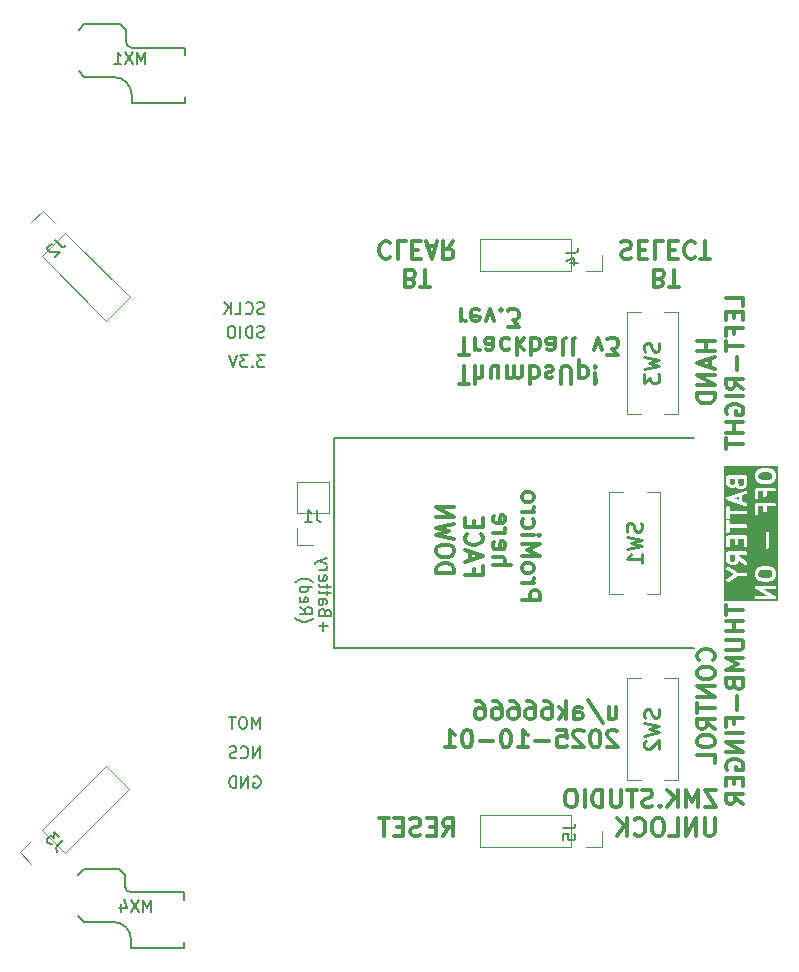
<source format=gbr>
G04 #@! TF.GenerationSoftware,KiCad,Pcbnew,9.0.2*
G04 #@! TF.CreationDate,2025-10-01T13:15:07-04:00*
G04 #@! TF.ProjectId,Trackball,54726163-6b62-4616-9c6c-2e6b69636164,rev?*
G04 #@! TF.SameCoordinates,Original*
G04 #@! TF.FileFunction,Legend,Bot*
G04 #@! TF.FilePolarity,Positive*
%FSLAX46Y46*%
G04 Gerber Fmt 4.6, Leading zero omitted, Abs format (unit mm)*
G04 Created by KiCad (PCBNEW 9.0.2) date 2025-10-01 13:15:07*
%MOMM*%
%LPD*%
G01*
G04 APERTURE LIST*
%ADD10C,0.300000*%
%ADD11C,0.150000*%
%ADD12C,0.254000*%
%ADD13C,0.120000*%
%ADD14C,0.100000*%
G04 APERTURE END LIST*
D10*
X150343919Y-106457142D02*
X151843919Y-106457142D01*
X151843919Y-106457142D02*
X151843919Y-105885713D01*
X151843919Y-105885713D02*
X151772490Y-105742856D01*
X151772490Y-105742856D02*
X151701062Y-105671427D01*
X151701062Y-105671427D02*
X151558205Y-105599999D01*
X151558205Y-105599999D02*
X151343919Y-105599999D01*
X151343919Y-105599999D02*
X151201062Y-105671427D01*
X151201062Y-105671427D02*
X151129633Y-105742856D01*
X151129633Y-105742856D02*
X151058205Y-105885713D01*
X151058205Y-105885713D02*
X151058205Y-106457142D01*
X150343919Y-104957142D02*
X151343919Y-104957142D01*
X151058205Y-104957142D02*
X151201062Y-104885713D01*
X151201062Y-104885713D02*
X151272490Y-104814285D01*
X151272490Y-104814285D02*
X151343919Y-104671427D01*
X151343919Y-104671427D02*
X151343919Y-104528570D01*
X150343919Y-103814285D02*
X150415348Y-103957142D01*
X150415348Y-103957142D02*
X150486776Y-104028571D01*
X150486776Y-104028571D02*
X150629633Y-104099999D01*
X150629633Y-104099999D02*
X151058205Y-104099999D01*
X151058205Y-104099999D02*
X151201062Y-104028571D01*
X151201062Y-104028571D02*
X151272490Y-103957142D01*
X151272490Y-103957142D02*
X151343919Y-103814285D01*
X151343919Y-103814285D02*
X151343919Y-103599999D01*
X151343919Y-103599999D02*
X151272490Y-103457142D01*
X151272490Y-103457142D02*
X151201062Y-103385714D01*
X151201062Y-103385714D02*
X151058205Y-103314285D01*
X151058205Y-103314285D02*
X150629633Y-103314285D01*
X150629633Y-103314285D02*
X150486776Y-103385714D01*
X150486776Y-103385714D02*
X150415348Y-103457142D01*
X150415348Y-103457142D02*
X150343919Y-103599999D01*
X150343919Y-103599999D02*
X150343919Y-103814285D01*
X150343919Y-102671428D02*
X151843919Y-102671428D01*
X151843919Y-102671428D02*
X150772490Y-102171428D01*
X150772490Y-102171428D02*
X151843919Y-101671428D01*
X151843919Y-101671428D02*
X150343919Y-101671428D01*
X150343919Y-100957142D02*
X151343919Y-100957142D01*
X151843919Y-100957142D02*
X151772490Y-101028570D01*
X151772490Y-101028570D02*
X151701062Y-100957142D01*
X151701062Y-100957142D02*
X151772490Y-100885713D01*
X151772490Y-100885713D02*
X151843919Y-100957142D01*
X151843919Y-100957142D02*
X151701062Y-100957142D01*
X150415348Y-99599999D02*
X150343919Y-99742856D01*
X150343919Y-99742856D02*
X150343919Y-100028570D01*
X150343919Y-100028570D02*
X150415348Y-100171427D01*
X150415348Y-100171427D02*
X150486776Y-100242856D01*
X150486776Y-100242856D02*
X150629633Y-100314284D01*
X150629633Y-100314284D02*
X151058205Y-100314284D01*
X151058205Y-100314284D02*
X151201062Y-100242856D01*
X151201062Y-100242856D02*
X151272490Y-100171427D01*
X151272490Y-100171427D02*
X151343919Y-100028570D01*
X151343919Y-100028570D02*
X151343919Y-99742856D01*
X151343919Y-99742856D02*
X151272490Y-99599999D01*
X150343919Y-98957142D02*
X151343919Y-98957142D01*
X151058205Y-98957142D02*
X151201062Y-98885713D01*
X151201062Y-98885713D02*
X151272490Y-98814285D01*
X151272490Y-98814285D02*
X151343919Y-98671427D01*
X151343919Y-98671427D02*
X151343919Y-98528570D01*
X150343919Y-97814285D02*
X150415348Y-97957142D01*
X150415348Y-97957142D02*
X150486776Y-98028571D01*
X150486776Y-98028571D02*
X150629633Y-98099999D01*
X150629633Y-98099999D02*
X151058205Y-98099999D01*
X151058205Y-98099999D02*
X151201062Y-98028571D01*
X151201062Y-98028571D02*
X151272490Y-97957142D01*
X151272490Y-97957142D02*
X151343919Y-97814285D01*
X151343919Y-97814285D02*
X151343919Y-97599999D01*
X151343919Y-97599999D02*
X151272490Y-97457142D01*
X151272490Y-97457142D02*
X151201062Y-97385714D01*
X151201062Y-97385714D02*
X151058205Y-97314285D01*
X151058205Y-97314285D02*
X150629633Y-97314285D01*
X150629633Y-97314285D02*
X150486776Y-97385714D01*
X150486776Y-97385714D02*
X150415348Y-97457142D01*
X150415348Y-97457142D02*
X150343919Y-97599999D01*
X150343919Y-97599999D02*
X150343919Y-97814285D01*
X147929003Y-103421428D02*
X149429003Y-103421428D01*
X147929003Y-102778571D02*
X148714717Y-102778571D01*
X148714717Y-102778571D02*
X148857574Y-102849999D01*
X148857574Y-102849999D02*
X148929003Y-102992856D01*
X148929003Y-102992856D02*
X148929003Y-103207142D01*
X148929003Y-103207142D02*
X148857574Y-103349999D01*
X148857574Y-103349999D02*
X148786146Y-103421428D01*
X148000432Y-101492856D02*
X147929003Y-101635713D01*
X147929003Y-101635713D02*
X147929003Y-101921428D01*
X147929003Y-101921428D02*
X148000432Y-102064285D01*
X148000432Y-102064285D02*
X148143289Y-102135713D01*
X148143289Y-102135713D02*
X148714717Y-102135713D01*
X148714717Y-102135713D02*
X148857574Y-102064285D01*
X148857574Y-102064285D02*
X148929003Y-101921428D01*
X148929003Y-101921428D02*
X148929003Y-101635713D01*
X148929003Y-101635713D02*
X148857574Y-101492856D01*
X148857574Y-101492856D02*
X148714717Y-101421428D01*
X148714717Y-101421428D02*
X148571860Y-101421428D01*
X148571860Y-101421428D02*
X148429003Y-102135713D01*
X147929003Y-100778571D02*
X148929003Y-100778571D01*
X148643289Y-100778571D02*
X148786146Y-100707142D01*
X148786146Y-100707142D02*
X148857574Y-100635714D01*
X148857574Y-100635714D02*
X148929003Y-100492856D01*
X148929003Y-100492856D02*
X148929003Y-100349999D01*
X148000432Y-99278571D02*
X147929003Y-99421428D01*
X147929003Y-99421428D02*
X147929003Y-99707143D01*
X147929003Y-99707143D02*
X148000432Y-99850000D01*
X148000432Y-99850000D02*
X148143289Y-99921428D01*
X148143289Y-99921428D02*
X148714717Y-99921428D01*
X148714717Y-99921428D02*
X148857574Y-99850000D01*
X148857574Y-99850000D02*
X148929003Y-99707143D01*
X148929003Y-99707143D02*
X148929003Y-99421428D01*
X148929003Y-99421428D02*
X148857574Y-99278571D01*
X148857574Y-99278571D02*
X148714717Y-99207143D01*
X148714717Y-99207143D02*
X148571860Y-99207143D01*
X148571860Y-99207143D02*
X148429003Y-99921428D01*
X146299801Y-103778571D02*
X146299801Y-104278571D01*
X145514087Y-104278571D02*
X147014087Y-104278571D01*
X147014087Y-104278571D02*
X147014087Y-103564285D01*
X145942658Y-103064285D02*
X145942658Y-102350000D01*
X145514087Y-103207142D02*
X147014087Y-102707142D01*
X147014087Y-102707142D02*
X145514087Y-102207142D01*
X145656944Y-100850000D02*
X145585516Y-100921428D01*
X145585516Y-100921428D02*
X145514087Y-101135714D01*
X145514087Y-101135714D02*
X145514087Y-101278571D01*
X145514087Y-101278571D02*
X145585516Y-101492857D01*
X145585516Y-101492857D02*
X145728373Y-101635714D01*
X145728373Y-101635714D02*
X145871230Y-101707143D01*
X145871230Y-101707143D02*
X146156944Y-101778571D01*
X146156944Y-101778571D02*
X146371230Y-101778571D01*
X146371230Y-101778571D02*
X146656944Y-101707143D01*
X146656944Y-101707143D02*
X146799801Y-101635714D01*
X146799801Y-101635714D02*
X146942658Y-101492857D01*
X146942658Y-101492857D02*
X147014087Y-101278571D01*
X147014087Y-101278571D02*
X147014087Y-101135714D01*
X147014087Y-101135714D02*
X146942658Y-100921428D01*
X146942658Y-100921428D02*
X146871230Y-100850000D01*
X146299801Y-100207143D02*
X146299801Y-99707143D01*
X145514087Y-99492857D02*
X145514087Y-100207143D01*
X145514087Y-100207143D02*
X147014087Y-100207143D01*
X147014087Y-100207143D02*
X147014087Y-99492857D01*
X143099171Y-104171429D02*
X144599171Y-104171429D01*
X144599171Y-104171429D02*
X144599171Y-103814286D01*
X144599171Y-103814286D02*
X144527742Y-103600000D01*
X144527742Y-103600000D02*
X144384885Y-103457143D01*
X144384885Y-103457143D02*
X144242028Y-103385714D01*
X144242028Y-103385714D02*
X143956314Y-103314286D01*
X143956314Y-103314286D02*
X143742028Y-103314286D01*
X143742028Y-103314286D02*
X143456314Y-103385714D01*
X143456314Y-103385714D02*
X143313457Y-103457143D01*
X143313457Y-103457143D02*
X143170600Y-103600000D01*
X143170600Y-103600000D02*
X143099171Y-103814286D01*
X143099171Y-103814286D02*
X143099171Y-104171429D01*
X144599171Y-102385714D02*
X144599171Y-102100000D01*
X144599171Y-102100000D02*
X144527742Y-101957143D01*
X144527742Y-101957143D02*
X144384885Y-101814286D01*
X144384885Y-101814286D02*
X144099171Y-101742857D01*
X144099171Y-101742857D02*
X143599171Y-101742857D01*
X143599171Y-101742857D02*
X143313457Y-101814286D01*
X143313457Y-101814286D02*
X143170600Y-101957143D01*
X143170600Y-101957143D02*
X143099171Y-102100000D01*
X143099171Y-102100000D02*
X143099171Y-102385714D01*
X143099171Y-102385714D02*
X143170600Y-102528572D01*
X143170600Y-102528572D02*
X143313457Y-102671429D01*
X143313457Y-102671429D02*
X143599171Y-102742857D01*
X143599171Y-102742857D02*
X144099171Y-102742857D01*
X144099171Y-102742857D02*
X144384885Y-102671429D01*
X144384885Y-102671429D02*
X144527742Y-102528572D01*
X144527742Y-102528572D02*
X144599171Y-102385714D01*
X144599171Y-101242857D02*
X143099171Y-100885714D01*
X143099171Y-100885714D02*
X144170600Y-100600000D01*
X144170600Y-100600000D02*
X143099171Y-100314285D01*
X143099171Y-100314285D02*
X144599171Y-99957143D01*
X143099171Y-99385714D02*
X144599171Y-99385714D01*
X144599171Y-99385714D02*
X143099171Y-98528571D01*
X143099171Y-98528571D02*
X144599171Y-98528571D01*
X166685912Y-84492856D02*
X165185912Y-84492856D01*
X165900198Y-84492856D02*
X165900198Y-85349999D01*
X166685912Y-85349999D02*
X165185912Y-85349999D01*
X166257341Y-85992857D02*
X166257341Y-86707143D01*
X166685912Y-85850000D02*
X165185912Y-86350000D01*
X165185912Y-86350000D02*
X166685912Y-86850000D01*
X166685912Y-87349999D02*
X165185912Y-87349999D01*
X165185912Y-87349999D02*
X166685912Y-88207142D01*
X166685912Y-88207142D02*
X165185912Y-88207142D01*
X166685912Y-88921428D02*
X165185912Y-88921428D01*
X165185912Y-88921428D02*
X165185912Y-89278571D01*
X165185912Y-89278571D02*
X165257341Y-89492857D01*
X165257341Y-89492857D02*
X165400198Y-89635714D01*
X165400198Y-89635714D02*
X165543055Y-89707143D01*
X165543055Y-89707143D02*
X165828769Y-89778571D01*
X165828769Y-89778571D02*
X166043055Y-89778571D01*
X166043055Y-89778571D02*
X166328769Y-89707143D01*
X166328769Y-89707143D02*
X166471626Y-89635714D01*
X166471626Y-89635714D02*
X166614484Y-89492857D01*
X166614484Y-89492857D02*
X166685912Y-89278571D01*
X166685912Y-89278571D02*
X166685912Y-88921428D01*
X169100828Y-81528571D02*
X169100828Y-80814285D01*
X169100828Y-80814285D02*
X167600828Y-80814285D01*
X168315114Y-82028571D02*
X168315114Y-82528571D01*
X169100828Y-82742857D02*
X169100828Y-82028571D01*
X169100828Y-82028571D02*
X167600828Y-82028571D01*
X167600828Y-82028571D02*
X167600828Y-82742857D01*
X168315114Y-83885714D02*
X168315114Y-83385714D01*
X169100828Y-83385714D02*
X167600828Y-83385714D01*
X167600828Y-83385714D02*
X167600828Y-84100000D01*
X167600828Y-84457143D02*
X167600828Y-85314286D01*
X169100828Y-84885714D02*
X167600828Y-84885714D01*
X168529400Y-85814285D02*
X168529400Y-86957143D01*
X169100828Y-88528571D02*
X168386542Y-88028571D01*
X169100828Y-87671428D02*
X167600828Y-87671428D01*
X167600828Y-87671428D02*
X167600828Y-88242857D01*
X167600828Y-88242857D02*
X167672257Y-88385714D01*
X167672257Y-88385714D02*
X167743685Y-88457143D01*
X167743685Y-88457143D02*
X167886542Y-88528571D01*
X167886542Y-88528571D02*
X168100828Y-88528571D01*
X168100828Y-88528571D02*
X168243685Y-88457143D01*
X168243685Y-88457143D02*
X168315114Y-88385714D01*
X168315114Y-88385714D02*
X168386542Y-88242857D01*
X168386542Y-88242857D02*
X168386542Y-87671428D01*
X169100828Y-89171428D02*
X167600828Y-89171428D01*
X167672257Y-90671429D02*
X167600828Y-90528572D01*
X167600828Y-90528572D02*
X167600828Y-90314286D01*
X167600828Y-90314286D02*
X167672257Y-90100000D01*
X167672257Y-90100000D02*
X167815114Y-89957143D01*
X167815114Y-89957143D02*
X167957971Y-89885714D01*
X167957971Y-89885714D02*
X168243685Y-89814286D01*
X168243685Y-89814286D02*
X168457971Y-89814286D01*
X168457971Y-89814286D02*
X168743685Y-89885714D01*
X168743685Y-89885714D02*
X168886542Y-89957143D01*
X168886542Y-89957143D02*
X169029400Y-90100000D01*
X169029400Y-90100000D02*
X169100828Y-90314286D01*
X169100828Y-90314286D02*
X169100828Y-90457143D01*
X169100828Y-90457143D02*
X169029400Y-90671429D01*
X169029400Y-90671429D02*
X168957971Y-90742857D01*
X168957971Y-90742857D02*
X168457971Y-90742857D01*
X168457971Y-90742857D02*
X168457971Y-90457143D01*
X169100828Y-91385714D02*
X167600828Y-91385714D01*
X168315114Y-91385714D02*
X168315114Y-92242857D01*
X169100828Y-92242857D02*
X167600828Y-92242857D01*
X167600828Y-92742858D02*
X167600828Y-93600001D01*
X169100828Y-93171429D02*
X167600828Y-93171429D01*
D11*
X133521077Y-109013220D02*
X133521077Y-108251316D01*
X133140124Y-108632268D02*
X133902029Y-108632268D01*
X133663934Y-107441792D02*
X133616315Y-107298935D01*
X133616315Y-107298935D02*
X133568696Y-107251316D01*
X133568696Y-107251316D02*
X133473458Y-107203697D01*
X133473458Y-107203697D02*
X133330601Y-107203697D01*
X133330601Y-107203697D02*
X133235363Y-107251316D01*
X133235363Y-107251316D02*
X133187744Y-107298935D01*
X133187744Y-107298935D02*
X133140124Y-107394173D01*
X133140124Y-107394173D02*
X133140124Y-107775125D01*
X133140124Y-107775125D02*
X134140124Y-107775125D01*
X134140124Y-107775125D02*
X134140124Y-107441792D01*
X134140124Y-107441792D02*
X134092505Y-107346554D01*
X134092505Y-107346554D02*
X134044886Y-107298935D01*
X134044886Y-107298935D02*
X133949648Y-107251316D01*
X133949648Y-107251316D02*
X133854410Y-107251316D01*
X133854410Y-107251316D02*
X133759172Y-107298935D01*
X133759172Y-107298935D02*
X133711553Y-107346554D01*
X133711553Y-107346554D02*
X133663934Y-107441792D01*
X133663934Y-107441792D02*
X133663934Y-107775125D01*
X133140124Y-106346554D02*
X133663934Y-106346554D01*
X133663934Y-106346554D02*
X133759172Y-106394173D01*
X133759172Y-106394173D02*
X133806791Y-106489411D01*
X133806791Y-106489411D02*
X133806791Y-106679887D01*
X133806791Y-106679887D02*
X133759172Y-106775125D01*
X133187744Y-106346554D02*
X133140124Y-106441792D01*
X133140124Y-106441792D02*
X133140124Y-106679887D01*
X133140124Y-106679887D02*
X133187744Y-106775125D01*
X133187744Y-106775125D02*
X133282982Y-106822744D01*
X133282982Y-106822744D02*
X133378220Y-106822744D01*
X133378220Y-106822744D02*
X133473458Y-106775125D01*
X133473458Y-106775125D02*
X133521077Y-106679887D01*
X133521077Y-106679887D02*
X133521077Y-106441792D01*
X133521077Y-106441792D02*
X133568696Y-106346554D01*
X133806791Y-106013220D02*
X133806791Y-105632268D01*
X134140124Y-105870363D02*
X133282982Y-105870363D01*
X133282982Y-105870363D02*
X133187744Y-105822744D01*
X133187744Y-105822744D02*
X133140124Y-105727506D01*
X133140124Y-105727506D02*
X133140124Y-105632268D01*
X133806791Y-105441791D02*
X133806791Y-105060839D01*
X134140124Y-105298934D02*
X133282982Y-105298934D01*
X133282982Y-105298934D02*
X133187744Y-105251315D01*
X133187744Y-105251315D02*
X133140124Y-105156077D01*
X133140124Y-105156077D02*
X133140124Y-105060839D01*
X133187744Y-104346553D02*
X133140124Y-104441791D01*
X133140124Y-104441791D02*
X133140124Y-104632267D01*
X133140124Y-104632267D02*
X133187744Y-104727505D01*
X133187744Y-104727505D02*
X133282982Y-104775124D01*
X133282982Y-104775124D02*
X133663934Y-104775124D01*
X133663934Y-104775124D02*
X133759172Y-104727505D01*
X133759172Y-104727505D02*
X133806791Y-104632267D01*
X133806791Y-104632267D02*
X133806791Y-104441791D01*
X133806791Y-104441791D02*
X133759172Y-104346553D01*
X133759172Y-104346553D02*
X133663934Y-104298934D01*
X133663934Y-104298934D02*
X133568696Y-104298934D01*
X133568696Y-104298934D02*
X133473458Y-104775124D01*
X133140124Y-103870362D02*
X133806791Y-103870362D01*
X133616315Y-103870362D02*
X133711553Y-103822743D01*
X133711553Y-103822743D02*
X133759172Y-103775124D01*
X133759172Y-103775124D02*
X133806791Y-103679886D01*
X133806791Y-103679886D02*
X133806791Y-103584648D01*
X133806791Y-103346552D02*
X133140124Y-103108457D01*
X133806791Y-102870362D02*
X133140124Y-103108457D01*
X133140124Y-103108457D02*
X132902029Y-103203695D01*
X132902029Y-103203695D02*
X132854410Y-103251314D01*
X132854410Y-103251314D02*
X132806791Y-103346552D01*
X131149228Y-107965601D02*
X131196847Y-108013220D01*
X131196847Y-108013220D02*
X131339704Y-108108458D01*
X131339704Y-108108458D02*
X131434942Y-108156077D01*
X131434942Y-108156077D02*
X131577800Y-108203696D01*
X131577800Y-108203696D02*
X131815895Y-108251315D01*
X131815895Y-108251315D02*
X132006371Y-108251315D01*
X132006371Y-108251315D02*
X132244466Y-108203696D01*
X132244466Y-108203696D02*
X132387323Y-108156077D01*
X132387323Y-108156077D02*
X132482561Y-108108458D01*
X132482561Y-108108458D02*
X132625419Y-108013220D01*
X132625419Y-108013220D02*
X132673038Y-107965601D01*
X131530180Y-107013220D02*
X132006371Y-107346553D01*
X131530180Y-107584648D02*
X132530180Y-107584648D01*
X132530180Y-107584648D02*
X132530180Y-107203696D01*
X132530180Y-107203696D02*
X132482561Y-107108458D01*
X132482561Y-107108458D02*
X132434942Y-107060839D01*
X132434942Y-107060839D02*
X132339704Y-107013220D01*
X132339704Y-107013220D02*
X132196847Y-107013220D01*
X132196847Y-107013220D02*
X132101609Y-107060839D01*
X132101609Y-107060839D02*
X132053990Y-107108458D01*
X132053990Y-107108458D02*
X132006371Y-107203696D01*
X132006371Y-107203696D02*
X132006371Y-107584648D01*
X131577800Y-106203696D02*
X131530180Y-106298934D01*
X131530180Y-106298934D02*
X131530180Y-106489410D01*
X131530180Y-106489410D02*
X131577800Y-106584648D01*
X131577800Y-106584648D02*
X131673038Y-106632267D01*
X131673038Y-106632267D02*
X132053990Y-106632267D01*
X132053990Y-106632267D02*
X132149228Y-106584648D01*
X132149228Y-106584648D02*
X132196847Y-106489410D01*
X132196847Y-106489410D02*
X132196847Y-106298934D01*
X132196847Y-106298934D02*
X132149228Y-106203696D01*
X132149228Y-106203696D02*
X132053990Y-106156077D01*
X132053990Y-106156077D02*
X131958752Y-106156077D01*
X131958752Y-106156077D02*
X131863514Y-106632267D01*
X131530180Y-105298934D02*
X132530180Y-105298934D01*
X131577800Y-105298934D02*
X131530180Y-105394172D01*
X131530180Y-105394172D02*
X131530180Y-105584648D01*
X131530180Y-105584648D02*
X131577800Y-105679886D01*
X131577800Y-105679886D02*
X131625419Y-105727505D01*
X131625419Y-105727505D02*
X131720657Y-105775124D01*
X131720657Y-105775124D02*
X132006371Y-105775124D01*
X132006371Y-105775124D02*
X132101609Y-105727505D01*
X132101609Y-105727505D02*
X132149228Y-105679886D01*
X132149228Y-105679886D02*
X132196847Y-105584648D01*
X132196847Y-105584648D02*
X132196847Y-105394172D01*
X132196847Y-105394172D02*
X132149228Y-105298934D01*
X131149228Y-104917981D02*
X131196847Y-104870362D01*
X131196847Y-104870362D02*
X131339704Y-104775124D01*
X131339704Y-104775124D02*
X131434942Y-104727505D01*
X131434942Y-104727505D02*
X131577800Y-104679886D01*
X131577800Y-104679886D02*
X131815895Y-104632267D01*
X131815895Y-104632267D02*
X132006371Y-104632267D01*
X132006371Y-104632267D02*
X132244466Y-104679886D01*
X132244466Y-104679886D02*
X132387323Y-104727505D01*
X132387323Y-104727505D02*
X132482561Y-104775124D01*
X132482561Y-104775124D02*
X132625419Y-104870362D01*
X132625419Y-104870362D02*
X132673038Y-104917981D01*
D10*
X143681203Y-126389828D02*
X144181203Y-125675542D01*
X144538346Y-126389828D02*
X144538346Y-124889828D01*
X144538346Y-124889828D02*
X143966917Y-124889828D01*
X143966917Y-124889828D02*
X143824060Y-124961257D01*
X143824060Y-124961257D02*
X143752631Y-125032685D01*
X143752631Y-125032685D02*
X143681203Y-125175542D01*
X143681203Y-125175542D02*
X143681203Y-125389828D01*
X143681203Y-125389828D02*
X143752631Y-125532685D01*
X143752631Y-125532685D02*
X143824060Y-125604114D01*
X143824060Y-125604114D02*
X143966917Y-125675542D01*
X143966917Y-125675542D02*
X144538346Y-125675542D01*
X143038346Y-125604114D02*
X142538346Y-125604114D01*
X142324060Y-126389828D02*
X143038346Y-126389828D01*
X143038346Y-126389828D02*
X143038346Y-124889828D01*
X143038346Y-124889828D02*
X142324060Y-124889828D01*
X141752631Y-126318400D02*
X141538346Y-126389828D01*
X141538346Y-126389828D02*
X141181203Y-126389828D01*
X141181203Y-126389828D02*
X141038346Y-126318400D01*
X141038346Y-126318400D02*
X140966917Y-126246971D01*
X140966917Y-126246971D02*
X140895488Y-126104114D01*
X140895488Y-126104114D02*
X140895488Y-125961257D01*
X140895488Y-125961257D02*
X140966917Y-125818400D01*
X140966917Y-125818400D02*
X141038346Y-125746971D01*
X141038346Y-125746971D02*
X141181203Y-125675542D01*
X141181203Y-125675542D02*
X141466917Y-125604114D01*
X141466917Y-125604114D02*
X141609774Y-125532685D01*
X141609774Y-125532685D02*
X141681203Y-125461257D01*
X141681203Y-125461257D02*
X141752631Y-125318400D01*
X141752631Y-125318400D02*
X141752631Y-125175542D01*
X141752631Y-125175542D02*
X141681203Y-125032685D01*
X141681203Y-125032685D02*
X141609774Y-124961257D01*
X141609774Y-124961257D02*
X141466917Y-124889828D01*
X141466917Y-124889828D02*
X141109774Y-124889828D01*
X141109774Y-124889828D02*
X140895488Y-124961257D01*
X140252632Y-125604114D02*
X139752632Y-125604114D01*
X139538346Y-126389828D02*
X140252632Y-126389828D01*
X140252632Y-126389828D02*
X140252632Y-124889828D01*
X140252632Y-124889828D02*
X139538346Y-124889828D01*
X139109774Y-124889828D02*
X138252632Y-124889828D01*
X138681203Y-126389828D02*
X138681203Y-124889828D01*
D11*
X128510839Y-82172200D02*
X128367982Y-82219819D01*
X128367982Y-82219819D02*
X128129887Y-82219819D01*
X128129887Y-82219819D02*
X128034649Y-82172200D01*
X128034649Y-82172200D02*
X127987030Y-82124580D01*
X127987030Y-82124580D02*
X127939411Y-82029342D01*
X127939411Y-82029342D02*
X127939411Y-81934104D01*
X127939411Y-81934104D02*
X127987030Y-81838866D01*
X127987030Y-81838866D02*
X128034649Y-81791247D01*
X128034649Y-81791247D02*
X128129887Y-81743628D01*
X128129887Y-81743628D02*
X128320363Y-81696009D01*
X128320363Y-81696009D02*
X128415601Y-81648390D01*
X128415601Y-81648390D02*
X128463220Y-81600771D01*
X128463220Y-81600771D02*
X128510839Y-81505533D01*
X128510839Y-81505533D02*
X128510839Y-81410295D01*
X128510839Y-81410295D02*
X128463220Y-81315057D01*
X128463220Y-81315057D02*
X128415601Y-81267438D01*
X128415601Y-81267438D02*
X128320363Y-81219819D01*
X128320363Y-81219819D02*
X128082268Y-81219819D01*
X128082268Y-81219819D02*
X127939411Y-81267438D01*
X126939411Y-82124580D02*
X126987030Y-82172200D01*
X126987030Y-82172200D02*
X127129887Y-82219819D01*
X127129887Y-82219819D02*
X127225125Y-82219819D01*
X127225125Y-82219819D02*
X127367982Y-82172200D01*
X127367982Y-82172200D02*
X127463220Y-82076961D01*
X127463220Y-82076961D02*
X127510839Y-81981723D01*
X127510839Y-81981723D02*
X127558458Y-81791247D01*
X127558458Y-81791247D02*
X127558458Y-81648390D01*
X127558458Y-81648390D02*
X127510839Y-81457914D01*
X127510839Y-81457914D02*
X127463220Y-81362676D01*
X127463220Y-81362676D02*
X127367982Y-81267438D01*
X127367982Y-81267438D02*
X127225125Y-81219819D01*
X127225125Y-81219819D02*
X127129887Y-81219819D01*
X127129887Y-81219819D02*
X126987030Y-81267438D01*
X126987030Y-81267438D02*
X126939411Y-81315057D01*
X126034649Y-82219819D02*
X126510839Y-82219819D01*
X126510839Y-82219819D02*
X126510839Y-81219819D01*
X125701315Y-82219819D02*
X125701315Y-81219819D01*
X125129887Y-82219819D02*
X125558458Y-81648390D01*
X125129887Y-81219819D02*
X125701315Y-81791247D01*
D10*
X166543055Y-111528570D02*
X166614484Y-111457142D01*
X166614484Y-111457142D02*
X166685912Y-111242856D01*
X166685912Y-111242856D02*
X166685912Y-111099999D01*
X166685912Y-111099999D02*
X166614484Y-110885713D01*
X166614484Y-110885713D02*
X166471626Y-110742856D01*
X166471626Y-110742856D02*
X166328769Y-110671427D01*
X166328769Y-110671427D02*
X166043055Y-110599999D01*
X166043055Y-110599999D02*
X165828769Y-110599999D01*
X165828769Y-110599999D02*
X165543055Y-110671427D01*
X165543055Y-110671427D02*
X165400198Y-110742856D01*
X165400198Y-110742856D02*
X165257341Y-110885713D01*
X165257341Y-110885713D02*
X165185912Y-111099999D01*
X165185912Y-111099999D02*
X165185912Y-111242856D01*
X165185912Y-111242856D02*
X165257341Y-111457142D01*
X165257341Y-111457142D02*
X165328769Y-111528570D01*
X165185912Y-112457142D02*
X165185912Y-112742856D01*
X165185912Y-112742856D02*
X165257341Y-112885713D01*
X165257341Y-112885713D02*
X165400198Y-113028570D01*
X165400198Y-113028570D02*
X165685912Y-113099999D01*
X165685912Y-113099999D02*
X166185912Y-113099999D01*
X166185912Y-113099999D02*
X166471626Y-113028570D01*
X166471626Y-113028570D02*
X166614484Y-112885713D01*
X166614484Y-112885713D02*
X166685912Y-112742856D01*
X166685912Y-112742856D02*
X166685912Y-112457142D01*
X166685912Y-112457142D02*
X166614484Y-112314285D01*
X166614484Y-112314285D02*
X166471626Y-112171427D01*
X166471626Y-112171427D02*
X166185912Y-112099999D01*
X166185912Y-112099999D02*
X165685912Y-112099999D01*
X165685912Y-112099999D02*
X165400198Y-112171427D01*
X165400198Y-112171427D02*
X165257341Y-112314285D01*
X165257341Y-112314285D02*
X165185912Y-112457142D01*
X166685912Y-113742856D02*
X165185912Y-113742856D01*
X165185912Y-113742856D02*
X166685912Y-114599999D01*
X166685912Y-114599999D02*
X165185912Y-114599999D01*
X165185912Y-115100000D02*
X165185912Y-115957143D01*
X166685912Y-115528571D02*
X165185912Y-115528571D01*
X166685912Y-117314285D02*
X165971626Y-116814285D01*
X166685912Y-116457142D02*
X165185912Y-116457142D01*
X165185912Y-116457142D02*
X165185912Y-117028571D01*
X165185912Y-117028571D02*
X165257341Y-117171428D01*
X165257341Y-117171428D02*
X165328769Y-117242857D01*
X165328769Y-117242857D02*
X165471626Y-117314285D01*
X165471626Y-117314285D02*
X165685912Y-117314285D01*
X165685912Y-117314285D02*
X165828769Y-117242857D01*
X165828769Y-117242857D02*
X165900198Y-117171428D01*
X165900198Y-117171428D02*
X165971626Y-117028571D01*
X165971626Y-117028571D02*
X165971626Y-116457142D01*
X165185912Y-118242857D02*
X165185912Y-118528571D01*
X165185912Y-118528571D02*
X165257341Y-118671428D01*
X165257341Y-118671428D02*
X165400198Y-118814285D01*
X165400198Y-118814285D02*
X165685912Y-118885714D01*
X165685912Y-118885714D02*
X166185912Y-118885714D01*
X166185912Y-118885714D02*
X166471626Y-118814285D01*
X166471626Y-118814285D02*
X166614484Y-118671428D01*
X166614484Y-118671428D02*
X166685912Y-118528571D01*
X166685912Y-118528571D02*
X166685912Y-118242857D01*
X166685912Y-118242857D02*
X166614484Y-118100000D01*
X166614484Y-118100000D02*
X166471626Y-117957142D01*
X166471626Y-117957142D02*
X166185912Y-117885714D01*
X166185912Y-117885714D02*
X165685912Y-117885714D01*
X165685912Y-117885714D02*
X165400198Y-117957142D01*
X165400198Y-117957142D02*
X165257341Y-118100000D01*
X165257341Y-118100000D02*
X165185912Y-118242857D01*
X166685912Y-120242857D02*
X166685912Y-119528571D01*
X166685912Y-119528571D02*
X165185912Y-119528571D01*
X167600828Y-106849999D02*
X167600828Y-107707142D01*
X169100828Y-107278570D02*
X167600828Y-107278570D01*
X169100828Y-108207141D02*
X167600828Y-108207141D01*
X168315114Y-108207141D02*
X168315114Y-109064284D01*
X169100828Y-109064284D02*
X167600828Y-109064284D01*
X167600828Y-109778570D02*
X168815114Y-109778570D01*
X168815114Y-109778570D02*
X168957971Y-109849999D01*
X168957971Y-109849999D02*
X169029400Y-109921428D01*
X169029400Y-109921428D02*
X169100828Y-110064285D01*
X169100828Y-110064285D02*
X169100828Y-110349999D01*
X169100828Y-110349999D02*
X169029400Y-110492856D01*
X169029400Y-110492856D02*
X168957971Y-110564285D01*
X168957971Y-110564285D02*
X168815114Y-110635713D01*
X168815114Y-110635713D02*
X167600828Y-110635713D01*
X169100828Y-111349999D02*
X167600828Y-111349999D01*
X167600828Y-111349999D02*
X168672257Y-111849999D01*
X168672257Y-111849999D02*
X167600828Y-112349999D01*
X167600828Y-112349999D02*
X169100828Y-112349999D01*
X168315114Y-113564285D02*
X168386542Y-113778571D01*
X168386542Y-113778571D02*
X168457971Y-113850000D01*
X168457971Y-113850000D02*
X168600828Y-113921428D01*
X168600828Y-113921428D02*
X168815114Y-113921428D01*
X168815114Y-113921428D02*
X168957971Y-113850000D01*
X168957971Y-113850000D02*
X169029400Y-113778571D01*
X169029400Y-113778571D02*
X169100828Y-113635714D01*
X169100828Y-113635714D02*
X169100828Y-113064285D01*
X169100828Y-113064285D02*
X167600828Y-113064285D01*
X167600828Y-113064285D02*
X167600828Y-113564285D01*
X167600828Y-113564285D02*
X167672257Y-113707143D01*
X167672257Y-113707143D02*
X167743685Y-113778571D01*
X167743685Y-113778571D02*
X167886542Y-113850000D01*
X167886542Y-113850000D02*
X168029400Y-113850000D01*
X168029400Y-113850000D02*
X168172257Y-113778571D01*
X168172257Y-113778571D02*
X168243685Y-113707143D01*
X168243685Y-113707143D02*
X168315114Y-113564285D01*
X168315114Y-113564285D02*
X168315114Y-113064285D01*
X168529400Y-114564285D02*
X168529400Y-115707143D01*
X168315114Y-116921428D02*
X168315114Y-116421428D01*
X169100828Y-116421428D02*
X167600828Y-116421428D01*
X167600828Y-116421428D02*
X167600828Y-117135714D01*
X169100828Y-117707142D02*
X167600828Y-117707142D01*
X169100828Y-118421428D02*
X167600828Y-118421428D01*
X167600828Y-118421428D02*
X169100828Y-119278571D01*
X169100828Y-119278571D02*
X167600828Y-119278571D01*
X167672257Y-120778572D02*
X167600828Y-120635715D01*
X167600828Y-120635715D02*
X167600828Y-120421429D01*
X167600828Y-120421429D02*
X167672257Y-120207143D01*
X167672257Y-120207143D02*
X167815114Y-120064286D01*
X167815114Y-120064286D02*
X167957971Y-119992857D01*
X167957971Y-119992857D02*
X168243685Y-119921429D01*
X168243685Y-119921429D02*
X168457971Y-119921429D01*
X168457971Y-119921429D02*
X168743685Y-119992857D01*
X168743685Y-119992857D02*
X168886542Y-120064286D01*
X168886542Y-120064286D02*
X169029400Y-120207143D01*
X169029400Y-120207143D02*
X169100828Y-120421429D01*
X169100828Y-120421429D02*
X169100828Y-120564286D01*
X169100828Y-120564286D02*
X169029400Y-120778572D01*
X169029400Y-120778572D02*
X168957971Y-120850000D01*
X168957971Y-120850000D02*
X168457971Y-120850000D01*
X168457971Y-120850000D02*
X168457971Y-120564286D01*
X168315114Y-121492857D02*
X168315114Y-121992857D01*
X169100828Y-122207143D02*
X169100828Y-121492857D01*
X169100828Y-121492857D02*
X167600828Y-121492857D01*
X167600828Y-121492857D02*
X167600828Y-122207143D01*
X169100828Y-123707143D02*
X168386542Y-123207143D01*
X169100828Y-122850000D02*
X167600828Y-122850000D01*
X167600828Y-122850000D02*
X167600828Y-123421429D01*
X167600828Y-123421429D02*
X167672257Y-123564286D01*
X167672257Y-123564286D02*
X167743685Y-123635715D01*
X167743685Y-123635715D02*
X167886542Y-123707143D01*
X167886542Y-123707143D02*
X168100828Y-123707143D01*
X168100828Y-123707143D02*
X168243685Y-123635715D01*
X168243685Y-123635715D02*
X168315114Y-123564286D01*
X168315114Y-123564286D02*
X168386542Y-123421429D01*
X168386542Y-123421429D02*
X168386542Y-122850000D01*
D11*
X127639411Y-121367438D02*
X127734649Y-121319819D01*
X127734649Y-121319819D02*
X127877506Y-121319819D01*
X127877506Y-121319819D02*
X128020363Y-121367438D01*
X128020363Y-121367438D02*
X128115601Y-121462676D01*
X128115601Y-121462676D02*
X128163220Y-121557914D01*
X128163220Y-121557914D02*
X128210839Y-121748390D01*
X128210839Y-121748390D02*
X128210839Y-121891247D01*
X128210839Y-121891247D02*
X128163220Y-122081723D01*
X128163220Y-122081723D02*
X128115601Y-122176961D01*
X128115601Y-122176961D02*
X128020363Y-122272200D01*
X128020363Y-122272200D02*
X127877506Y-122319819D01*
X127877506Y-122319819D02*
X127782268Y-122319819D01*
X127782268Y-122319819D02*
X127639411Y-122272200D01*
X127639411Y-122272200D02*
X127591792Y-122224580D01*
X127591792Y-122224580D02*
X127591792Y-121891247D01*
X127591792Y-121891247D02*
X127782268Y-121891247D01*
X127163220Y-122319819D02*
X127163220Y-121319819D01*
X127163220Y-121319819D02*
X126591792Y-122319819D01*
X126591792Y-122319819D02*
X126591792Y-121319819D01*
X126115601Y-122319819D02*
X126115601Y-121319819D01*
X126115601Y-121319819D02*
X125877506Y-121319819D01*
X125877506Y-121319819D02*
X125734649Y-121367438D01*
X125734649Y-121367438D02*
X125639411Y-121462676D01*
X125639411Y-121462676D02*
X125591792Y-121557914D01*
X125591792Y-121557914D02*
X125544173Y-121748390D01*
X125544173Y-121748390D02*
X125544173Y-121891247D01*
X125544173Y-121891247D02*
X125591792Y-122081723D01*
X125591792Y-122081723D02*
X125639411Y-122176961D01*
X125639411Y-122176961D02*
X125734649Y-122272200D01*
X125734649Y-122272200D02*
X125877506Y-122319819D01*
X125877506Y-122319819D02*
X126115601Y-122319819D01*
D10*
X166802633Y-122474912D02*
X165802633Y-122474912D01*
X165802633Y-122474912D02*
X166802633Y-123974912D01*
X166802633Y-123974912D02*
X165802633Y-123974912D01*
X165231205Y-123974912D02*
X165231205Y-122474912D01*
X165231205Y-122474912D02*
X164731205Y-123546341D01*
X164731205Y-123546341D02*
X164231205Y-122474912D01*
X164231205Y-122474912D02*
X164231205Y-123974912D01*
X163516919Y-123974912D02*
X163516919Y-122474912D01*
X162659776Y-123974912D02*
X163302633Y-123117769D01*
X162659776Y-122474912D02*
X163516919Y-123332055D01*
X162016919Y-123832055D02*
X161945490Y-123903484D01*
X161945490Y-123903484D02*
X162016919Y-123974912D01*
X162016919Y-123974912D02*
X162088347Y-123903484D01*
X162088347Y-123903484D02*
X162016919Y-123832055D01*
X162016919Y-123832055D02*
X162016919Y-123974912D01*
X161374061Y-123903484D02*
X161159776Y-123974912D01*
X161159776Y-123974912D02*
X160802633Y-123974912D01*
X160802633Y-123974912D02*
X160659776Y-123903484D01*
X160659776Y-123903484D02*
X160588347Y-123832055D01*
X160588347Y-123832055D02*
X160516918Y-123689198D01*
X160516918Y-123689198D02*
X160516918Y-123546341D01*
X160516918Y-123546341D02*
X160588347Y-123403484D01*
X160588347Y-123403484D02*
X160659776Y-123332055D01*
X160659776Y-123332055D02*
X160802633Y-123260626D01*
X160802633Y-123260626D02*
X161088347Y-123189198D01*
X161088347Y-123189198D02*
X161231204Y-123117769D01*
X161231204Y-123117769D02*
X161302633Y-123046341D01*
X161302633Y-123046341D02*
X161374061Y-122903484D01*
X161374061Y-122903484D02*
X161374061Y-122760626D01*
X161374061Y-122760626D02*
X161302633Y-122617769D01*
X161302633Y-122617769D02*
X161231204Y-122546341D01*
X161231204Y-122546341D02*
X161088347Y-122474912D01*
X161088347Y-122474912D02*
X160731204Y-122474912D01*
X160731204Y-122474912D02*
X160516918Y-122546341D01*
X160088347Y-122474912D02*
X159231205Y-122474912D01*
X159659776Y-123974912D02*
X159659776Y-122474912D01*
X158731205Y-122474912D02*
X158731205Y-123689198D01*
X158731205Y-123689198D02*
X158659776Y-123832055D01*
X158659776Y-123832055D02*
X158588348Y-123903484D01*
X158588348Y-123903484D02*
X158445490Y-123974912D01*
X158445490Y-123974912D02*
X158159776Y-123974912D01*
X158159776Y-123974912D02*
X158016919Y-123903484D01*
X158016919Y-123903484D02*
X157945490Y-123832055D01*
X157945490Y-123832055D02*
X157874062Y-123689198D01*
X157874062Y-123689198D02*
X157874062Y-122474912D01*
X157159776Y-123974912D02*
X157159776Y-122474912D01*
X157159776Y-122474912D02*
X156802633Y-122474912D01*
X156802633Y-122474912D02*
X156588347Y-122546341D01*
X156588347Y-122546341D02*
X156445490Y-122689198D01*
X156445490Y-122689198D02*
X156374061Y-122832055D01*
X156374061Y-122832055D02*
X156302633Y-123117769D01*
X156302633Y-123117769D02*
X156302633Y-123332055D01*
X156302633Y-123332055D02*
X156374061Y-123617769D01*
X156374061Y-123617769D02*
X156445490Y-123760626D01*
X156445490Y-123760626D02*
X156588347Y-123903484D01*
X156588347Y-123903484D02*
X156802633Y-123974912D01*
X156802633Y-123974912D02*
X157159776Y-123974912D01*
X155659776Y-123974912D02*
X155659776Y-122474912D01*
X154659775Y-122474912D02*
X154374061Y-122474912D01*
X154374061Y-122474912D02*
X154231204Y-122546341D01*
X154231204Y-122546341D02*
X154088347Y-122689198D01*
X154088347Y-122689198D02*
X154016918Y-122974912D01*
X154016918Y-122974912D02*
X154016918Y-123474912D01*
X154016918Y-123474912D02*
X154088347Y-123760626D01*
X154088347Y-123760626D02*
X154231204Y-123903484D01*
X154231204Y-123903484D02*
X154374061Y-123974912D01*
X154374061Y-123974912D02*
X154659775Y-123974912D01*
X154659775Y-123974912D02*
X154802633Y-123903484D01*
X154802633Y-123903484D02*
X154945490Y-123760626D01*
X154945490Y-123760626D02*
X155016918Y-123474912D01*
X155016918Y-123474912D02*
X155016918Y-122974912D01*
X155016918Y-122974912D02*
X154945490Y-122689198D01*
X154945490Y-122689198D02*
X154802633Y-122546341D01*
X154802633Y-122546341D02*
X154659775Y-122474912D01*
X166659776Y-124889828D02*
X166659776Y-126104114D01*
X166659776Y-126104114D02*
X166588347Y-126246971D01*
X166588347Y-126246971D02*
X166516919Y-126318400D01*
X166516919Y-126318400D02*
X166374061Y-126389828D01*
X166374061Y-126389828D02*
X166088347Y-126389828D01*
X166088347Y-126389828D02*
X165945490Y-126318400D01*
X165945490Y-126318400D02*
X165874061Y-126246971D01*
X165874061Y-126246971D02*
X165802633Y-126104114D01*
X165802633Y-126104114D02*
X165802633Y-124889828D01*
X165088347Y-126389828D02*
X165088347Y-124889828D01*
X165088347Y-124889828D02*
X164231204Y-126389828D01*
X164231204Y-126389828D02*
X164231204Y-124889828D01*
X162802632Y-126389828D02*
X163516918Y-126389828D01*
X163516918Y-126389828D02*
X163516918Y-124889828D01*
X162016917Y-124889828D02*
X161731203Y-124889828D01*
X161731203Y-124889828D02*
X161588346Y-124961257D01*
X161588346Y-124961257D02*
X161445489Y-125104114D01*
X161445489Y-125104114D02*
X161374060Y-125389828D01*
X161374060Y-125389828D02*
X161374060Y-125889828D01*
X161374060Y-125889828D02*
X161445489Y-126175542D01*
X161445489Y-126175542D02*
X161588346Y-126318400D01*
X161588346Y-126318400D02*
X161731203Y-126389828D01*
X161731203Y-126389828D02*
X162016917Y-126389828D01*
X162016917Y-126389828D02*
X162159775Y-126318400D01*
X162159775Y-126318400D02*
X162302632Y-126175542D01*
X162302632Y-126175542D02*
X162374060Y-125889828D01*
X162374060Y-125889828D02*
X162374060Y-125389828D01*
X162374060Y-125389828D02*
X162302632Y-125104114D01*
X162302632Y-125104114D02*
X162159775Y-124961257D01*
X162159775Y-124961257D02*
X162016917Y-124889828D01*
X159874060Y-126246971D02*
X159945488Y-126318400D01*
X159945488Y-126318400D02*
X160159774Y-126389828D01*
X160159774Y-126389828D02*
X160302631Y-126389828D01*
X160302631Y-126389828D02*
X160516917Y-126318400D01*
X160516917Y-126318400D02*
X160659774Y-126175542D01*
X160659774Y-126175542D02*
X160731203Y-126032685D01*
X160731203Y-126032685D02*
X160802631Y-125746971D01*
X160802631Y-125746971D02*
X160802631Y-125532685D01*
X160802631Y-125532685D02*
X160731203Y-125246971D01*
X160731203Y-125246971D02*
X160659774Y-125104114D01*
X160659774Y-125104114D02*
X160516917Y-124961257D01*
X160516917Y-124961257D02*
X160302631Y-124889828D01*
X160302631Y-124889828D02*
X160159774Y-124889828D01*
X160159774Y-124889828D02*
X159945488Y-124961257D01*
X159945488Y-124961257D02*
X159874060Y-125032685D01*
X159231203Y-126389828D02*
X159231203Y-124889828D01*
X158374060Y-126389828D02*
X159016917Y-125532685D01*
X158374060Y-124889828D02*
X159231203Y-125746971D01*
X157702632Y-115485912D02*
X157702632Y-116485912D01*
X158345489Y-115485912D02*
X158345489Y-116271626D01*
X158345489Y-116271626D02*
X158274060Y-116414484D01*
X158274060Y-116414484D02*
X158131203Y-116485912D01*
X158131203Y-116485912D02*
X157916917Y-116485912D01*
X157916917Y-116485912D02*
X157774060Y-116414484D01*
X157774060Y-116414484D02*
X157702632Y-116343055D01*
X155916917Y-114914484D02*
X157202631Y-116843055D01*
X154774060Y-116485912D02*
X154774060Y-115700198D01*
X154774060Y-115700198D02*
X154845488Y-115557341D01*
X154845488Y-115557341D02*
X154988345Y-115485912D01*
X154988345Y-115485912D02*
X155274060Y-115485912D01*
X155274060Y-115485912D02*
X155416917Y-115557341D01*
X154774060Y-116414484D02*
X154916917Y-116485912D01*
X154916917Y-116485912D02*
X155274060Y-116485912D01*
X155274060Y-116485912D02*
X155416917Y-116414484D01*
X155416917Y-116414484D02*
X155488345Y-116271626D01*
X155488345Y-116271626D02*
X155488345Y-116128769D01*
X155488345Y-116128769D02*
X155416917Y-115985912D01*
X155416917Y-115985912D02*
X155274060Y-115914484D01*
X155274060Y-115914484D02*
X154916917Y-115914484D01*
X154916917Y-115914484D02*
X154774060Y-115843055D01*
X154059774Y-116485912D02*
X154059774Y-114985912D01*
X153916917Y-115914484D02*
X153488345Y-116485912D01*
X153488345Y-115485912D02*
X154059774Y-116057341D01*
X152202631Y-114985912D02*
X152488345Y-114985912D01*
X152488345Y-114985912D02*
X152631202Y-115057341D01*
X152631202Y-115057341D02*
X152702631Y-115128769D01*
X152702631Y-115128769D02*
X152845488Y-115343055D01*
X152845488Y-115343055D02*
X152916916Y-115628769D01*
X152916916Y-115628769D02*
X152916916Y-116200198D01*
X152916916Y-116200198D02*
X152845488Y-116343055D01*
X152845488Y-116343055D02*
X152774059Y-116414484D01*
X152774059Y-116414484D02*
X152631202Y-116485912D01*
X152631202Y-116485912D02*
X152345488Y-116485912D01*
X152345488Y-116485912D02*
X152202631Y-116414484D01*
X152202631Y-116414484D02*
X152131202Y-116343055D01*
X152131202Y-116343055D02*
X152059773Y-116200198D01*
X152059773Y-116200198D02*
X152059773Y-115843055D01*
X152059773Y-115843055D02*
X152131202Y-115700198D01*
X152131202Y-115700198D02*
X152202631Y-115628769D01*
X152202631Y-115628769D02*
X152345488Y-115557341D01*
X152345488Y-115557341D02*
X152631202Y-115557341D01*
X152631202Y-115557341D02*
X152774059Y-115628769D01*
X152774059Y-115628769D02*
X152845488Y-115700198D01*
X152845488Y-115700198D02*
X152916916Y-115843055D01*
X150774060Y-114985912D02*
X151059774Y-114985912D01*
X151059774Y-114985912D02*
X151202631Y-115057341D01*
X151202631Y-115057341D02*
X151274060Y-115128769D01*
X151274060Y-115128769D02*
X151416917Y-115343055D01*
X151416917Y-115343055D02*
X151488345Y-115628769D01*
X151488345Y-115628769D02*
X151488345Y-116200198D01*
X151488345Y-116200198D02*
X151416917Y-116343055D01*
X151416917Y-116343055D02*
X151345488Y-116414484D01*
X151345488Y-116414484D02*
X151202631Y-116485912D01*
X151202631Y-116485912D02*
X150916917Y-116485912D01*
X150916917Y-116485912D02*
X150774060Y-116414484D01*
X150774060Y-116414484D02*
X150702631Y-116343055D01*
X150702631Y-116343055D02*
X150631202Y-116200198D01*
X150631202Y-116200198D02*
X150631202Y-115843055D01*
X150631202Y-115843055D02*
X150702631Y-115700198D01*
X150702631Y-115700198D02*
X150774060Y-115628769D01*
X150774060Y-115628769D02*
X150916917Y-115557341D01*
X150916917Y-115557341D02*
X151202631Y-115557341D01*
X151202631Y-115557341D02*
X151345488Y-115628769D01*
X151345488Y-115628769D02*
X151416917Y-115700198D01*
X151416917Y-115700198D02*
X151488345Y-115843055D01*
X149345489Y-114985912D02*
X149631203Y-114985912D01*
X149631203Y-114985912D02*
X149774060Y-115057341D01*
X149774060Y-115057341D02*
X149845489Y-115128769D01*
X149845489Y-115128769D02*
X149988346Y-115343055D01*
X149988346Y-115343055D02*
X150059774Y-115628769D01*
X150059774Y-115628769D02*
X150059774Y-116200198D01*
X150059774Y-116200198D02*
X149988346Y-116343055D01*
X149988346Y-116343055D02*
X149916917Y-116414484D01*
X149916917Y-116414484D02*
X149774060Y-116485912D01*
X149774060Y-116485912D02*
X149488346Y-116485912D01*
X149488346Y-116485912D02*
X149345489Y-116414484D01*
X149345489Y-116414484D02*
X149274060Y-116343055D01*
X149274060Y-116343055D02*
X149202631Y-116200198D01*
X149202631Y-116200198D02*
X149202631Y-115843055D01*
X149202631Y-115843055D02*
X149274060Y-115700198D01*
X149274060Y-115700198D02*
X149345489Y-115628769D01*
X149345489Y-115628769D02*
X149488346Y-115557341D01*
X149488346Y-115557341D02*
X149774060Y-115557341D01*
X149774060Y-115557341D02*
X149916917Y-115628769D01*
X149916917Y-115628769D02*
X149988346Y-115700198D01*
X149988346Y-115700198D02*
X150059774Y-115843055D01*
X147916918Y-114985912D02*
X148202632Y-114985912D01*
X148202632Y-114985912D02*
X148345489Y-115057341D01*
X148345489Y-115057341D02*
X148416918Y-115128769D01*
X148416918Y-115128769D02*
X148559775Y-115343055D01*
X148559775Y-115343055D02*
X148631203Y-115628769D01*
X148631203Y-115628769D02*
X148631203Y-116200198D01*
X148631203Y-116200198D02*
X148559775Y-116343055D01*
X148559775Y-116343055D02*
X148488346Y-116414484D01*
X148488346Y-116414484D02*
X148345489Y-116485912D01*
X148345489Y-116485912D02*
X148059775Y-116485912D01*
X148059775Y-116485912D02*
X147916918Y-116414484D01*
X147916918Y-116414484D02*
X147845489Y-116343055D01*
X147845489Y-116343055D02*
X147774060Y-116200198D01*
X147774060Y-116200198D02*
X147774060Y-115843055D01*
X147774060Y-115843055D02*
X147845489Y-115700198D01*
X147845489Y-115700198D02*
X147916918Y-115628769D01*
X147916918Y-115628769D02*
X148059775Y-115557341D01*
X148059775Y-115557341D02*
X148345489Y-115557341D01*
X148345489Y-115557341D02*
X148488346Y-115628769D01*
X148488346Y-115628769D02*
X148559775Y-115700198D01*
X148559775Y-115700198D02*
X148631203Y-115843055D01*
X146488347Y-114985912D02*
X146774061Y-114985912D01*
X146774061Y-114985912D02*
X146916918Y-115057341D01*
X146916918Y-115057341D02*
X146988347Y-115128769D01*
X146988347Y-115128769D02*
X147131204Y-115343055D01*
X147131204Y-115343055D02*
X147202632Y-115628769D01*
X147202632Y-115628769D02*
X147202632Y-116200198D01*
X147202632Y-116200198D02*
X147131204Y-116343055D01*
X147131204Y-116343055D02*
X147059775Y-116414484D01*
X147059775Y-116414484D02*
X146916918Y-116485912D01*
X146916918Y-116485912D02*
X146631204Y-116485912D01*
X146631204Y-116485912D02*
X146488347Y-116414484D01*
X146488347Y-116414484D02*
X146416918Y-116343055D01*
X146416918Y-116343055D02*
X146345489Y-116200198D01*
X146345489Y-116200198D02*
X146345489Y-115843055D01*
X146345489Y-115843055D02*
X146416918Y-115700198D01*
X146416918Y-115700198D02*
X146488347Y-115628769D01*
X146488347Y-115628769D02*
X146631204Y-115557341D01*
X146631204Y-115557341D02*
X146916918Y-115557341D01*
X146916918Y-115557341D02*
X147059775Y-115628769D01*
X147059775Y-115628769D02*
X147131204Y-115700198D01*
X147131204Y-115700198D02*
X147202632Y-115843055D01*
X158416917Y-117543685D02*
X158345489Y-117472257D01*
X158345489Y-117472257D02*
X158202632Y-117400828D01*
X158202632Y-117400828D02*
X157845489Y-117400828D01*
X157845489Y-117400828D02*
X157702632Y-117472257D01*
X157702632Y-117472257D02*
X157631203Y-117543685D01*
X157631203Y-117543685D02*
X157559774Y-117686542D01*
X157559774Y-117686542D02*
X157559774Y-117829400D01*
X157559774Y-117829400D02*
X157631203Y-118043685D01*
X157631203Y-118043685D02*
X158488346Y-118900828D01*
X158488346Y-118900828D02*
X157559774Y-118900828D01*
X156631203Y-117400828D02*
X156488346Y-117400828D01*
X156488346Y-117400828D02*
X156345489Y-117472257D01*
X156345489Y-117472257D02*
X156274061Y-117543685D01*
X156274061Y-117543685D02*
X156202632Y-117686542D01*
X156202632Y-117686542D02*
X156131203Y-117972257D01*
X156131203Y-117972257D02*
X156131203Y-118329400D01*
X156131203Y-118329400D02*
X156202632Y-118615114D01*
X156202632Y-118615114D02*
X156274061Y-118757971D01*
X156274061Y-118757971D02*
X156345489Y-118829400D01*
X156345489Y-118829400D02*
X156488346Y-118900828D01*
X156488346Y-118900828D02*
X156631203Y-118900828D01*
X156631203Y-118900828D02*
X156774061Y-118829400D01*
X156774061Y-118829400D02*
X156845489Y-118757971D01*
X156845489Y-118757971D02*
X156916918Y-118615114D01*
X156916918Y-118615114D02*
X156988346Y-118329400D01*
X156988346Y-118329400D02*
X156988346Y-117972257D01*
X156988346Y-117972257D02*
X156916918Y-117686542D01*
X156916918Y-117686542D02*
X156845489Y-117543685D01*
X156845489Y-117543685D02*
X156774061Y-117472257D01*
X156774061Y-117472257D02*
X156631203Y-117400828D01*
X155559775Y-117543685D02*
X155488347Y-117472257D01*
X155488347Y-117472257D02*
X155345490Y-117400828D01*
X155345490Y-117400828D02*
X154988347Y-117400828D01*
X154988347Y-117400828D02*
X154845490Y-117472257D01*
X154845490Y-117472257D02*
X154774061Y-117543685D01*
X154774061Y-117543685D02*
X154702632Y-117686542D01*
X154702632Y-117686542D02*
X154702632Y-117829400D01*
X154702632Y-117829400D02*
X154774061Y-118043685D01*
X154774061Y-118043685D02*
X155631204Y-118900828D01*
X155631204Y-118900828D02*
X154702632Y-118900828D01*
X153345490Y-117400828D02*
X154059776Y-117400828D01*
X154059776Y-117400828D02*
X154131204Y-118115114D01*
X154131204Y-118115114D02*
X154059776Y-118043685D01*
X154059776Y-118043685D02*
X153916919Y-117972257D01*
X153916919Y-117972257D02*
X153559776Y-117972257D01*
X153559776Y-117972257D02*
X153416919Y-118043685D01*
X153416919Y-118043685D02*
X153345490Y-118115114D01*
X153345490Y-118115114D02*
X153274061Y-118257971D01*
X153274061Y-118257971D02*
X153274061Y-118615114D01*
X153274061Y-118615114D02*
X153345490Y-118757971D01*
X153345490Y-118757971D02*
X153416919Y-118829400D01*
X153416919Y-118829400D02*
X153559776Y-118900828D01*
X153559776Y-118900828D02*
X153916919Y-118900828D01*
X153916919Y-118900828D02*
X154059776Y-118829400D01*
X154059776Y-118829400D02*
X154131204Y-118757971D01*
X152631205Y-118329400D02*
X151488348Y-118329400D01*
X149988347Y-118900828D02*
X150845490Y-118900828D01*
X150416919Y-118900828D02*
X150416919Y-117400828D01*
X150416919Y-117400828D02*
X150559776Y-117615114D01*
X150559776Y-117615114D02*
X150702633Y-117757971D01*
X150702633Y-117757971D02*
X150845490Y-117829400D01*
X149059776Y-117400828D02*
X148916919Y-117400828D01*
X148916919Y-117400828D02*
X148774062Y-117472257D01*
X148774062Y-117472257D02*
X148702634Y-117543685D01*
X148702634Y-117543685D02*
X148631205Y-117686542D01*
X148631205Y-117686542D02*
X148559776Y-117972257D01*
X148559776Y-117972257D02*
X148559776Y-118329400D01*
X148559776Y-118329400D02*
X148631205Y-118615114D01*
X148631205Y-118615114D02*
X148702634Y-118757971D01*
X148702634Y-118757971D02*
X148774062Y-118829400D01*
X148774062Y-118829400D02*
X148916919Y-118900828D01*
X148916919Y-118900828D02*
X149059776Y-118900828D01*
X149059776Y-118900828D02*
X149202634Y-118829400D01*
X149202634Y-118829400D02*
X149274062Y-118757971D01*
X149274062Y-118757971D02*
X149345491Y-118615114D01*
X149345491Y-118615114D02*
X149416919Y-118329400D01*
X149416919Y-118329400D02*
X149416919Y-117972257D01*
X149416919Y-117972257D02*
X149345491Y-117686542D01*
X149345491Y-117686542D02*
X149274062Y-117543685D01*
X149274062Y-117543685D02*
X149202634Y-117472257D01*
X149202634Y-117472257D02*
X149059776Y-117400828D01*
X147916920Y-118329400D02*
X146774063Y-118329400D01*
X145774062Y-117400828D02*
X145631205Y-117400828D01*
X145631205Y-117400828D02*
X145488348Y-117472257D01*
X145488348Y-117472257D02*
X145416920Y-117543685D01*
X145416920Y-117543685D02*
X145345491Y-117686542D01*
X145345491Y-117686542D02*
X145274062Y-117972257D01*
X145274062Y-117972257D02*
X145274062Y-118329400D01*
X145274062Y-118329400D02*
X145345491Y-118615114D01*
X145345491Y-118615114D02*
X145416920Y-118757971D01*
X145416920Y-118757971D02*
X145488348Y-118829400D01*
X145488348Y-118829400D02*
X145631205Y-118900828D01*
X145631205Y-118900828D02*
X145774062Y-118900828D01*
X145774062Y-118900828D02*
X145916920Y-118829400D01*
X145916920Y-118829400D02*
X145988348Y-118757971D01*
X145988348Y-118757971D02*
X146059777Y-118615114D01*
X146059777Y-118615114D02*
X146131205Y-118329400D01*
X146131205Y-118329400D02*
X146131205Y-117972257D01*
X146131205Y-117972257D02*
X146059777Y-117686542D01*
X146059777Y-117686542D02*
X145988348Y-117543685D01*
X145988348Y-117543685D02*
X145916920Y-117472257D01*
X145916920Y-117472257D02*
X145774062Y-117400828D01*
X143845491Y-118900828D02*
X144702634Y-118900828D01*
X144274063Y-118900828D02*
X144274063Y-117400828D01*
X144274063Y-117400828D02*
X144416920Y-117615114D01*
X144416920Y-117615114D02*
X144559777Y-117757971D01*
X144559777Y-117757971D02*
X144702634Y-117829400D01*
D11*
X128558458Y-85719819D02*
X127939411Y-85719819D01*
X127939411Y-85719819D02*
X128272744Y-86100771D01*
X128272744Y-86100771D02*
X128129887Y-86100771D01*
X128129887Y-86100771D02*
X128034649Y-86148390D01*
X128034649Y-86148390D02*
X127987030Y-86196009D01*
X127987030Y-86196009D02*
X127939411Y-86291247D01*
X127939411Y-86291247D02*
X127939411Y-86529342D01*
X127939411Y-86529342D02*
X127987030Y-86624580D01*
X127987030Y-86624580D02*
X128034649Y-86672200D01*
X128034649Y-86672200D02*
X128129887Y-86719819D01*
X128129887Y-86719819D02*
X128415601Y-86719819D01*
X128415601Y-86719819D02*
X128510839Y-86672200D01*
X128510839Y-86672200D02*
X128558458Y-86624580D01*
X127510839Y-86624580D02*
X127463220Y-86672200D01*
X127463220Y-86672200D02*
X127510839Y-86719819D01*
X127510839Y-86719819D02*
X127558458Y-86672200D01*
X127558458Y-86672200D02*
X127510839Y-86624580D01*
X127510839Y-86624580D02*
X127510839Y-86719819D01*
X127129887Y-85719819D02*
X126510840Y-85719819D01*
X126510840Y-85719819D02*
X126844173Y-86100771D01*
X126844173Y-86100771D02*
X126701316Y-86100771D01*
X126701316Y-86100771D02*
X126606078Y-86148390D01*
X126606078Y-86148390D02*
X126558459Y-86196009D01*
X126558459Y-86196009D02*
X126510840Y-86291247D01*
X126510840Y-86291247D02*
X126510840Y-86529342D01*
X126510840Y-86529342D02*
X126558459Y-86624580D01*
X126558459Y-86624580D02*
X126606078Y-86672200D01*
X126606078Y-86672200D02*
X126701316Y-86719819D01*
X126701316Y-86719819D02*
X126987030Y-86719819D01*
X126987030Y-86719819D02*
X127082268Y-86672200D01*
X127082268Y-86672200D02*
X127129887Y-86624580D01*
X126225125Y-85719819D02*
X125891792Y-86719819D01*
X125891792Y-86719819D02*
X125558459Y-85719819D01*
X128163220Y-117319819D02*
X128163220Y-116319819D01*
X128163220Y-116319819D02*
X127829887Y-117034104D01*
X127829887Y-117034104D02*
X127496554Y-116319819D01*
X127496554Y-116319819D02*
X127496554Y-117319819D01*
X126829887Y-116319819D02*
X126639411Y-116319819D01*
X126639411Y-116319819D02*
X126544173Y-116367438D01*
X126544173Y-116367438D02*
X126448935Y-116462676D01*
X126448935Y-116462676D02*
X126401316Y-116653152D01*
X126401316Y-116653152D02*
X126401316Y-116986485D01*
X126401316Y-116986485D02*
X126448935Y-117176961D01*
X126448935Y-117176961D02*
X126544173Y-117272200D01*
X126544173Y-117272200D02*
X126639411Y-117319819D01*
X126639411Y-117319819D02*
X126829887Y-117319819D01*
X126829887Y-117319819D02*
X126925125Y-117272200D01*
X126925125Y-117272200D02*
X127020363Y-117176961D01*
X127020363Y-117176961D02*
X127067982Y-116986485D01*
X127067982Y-116986485D02*
X127067982Y-116653152D01*
X127067982Y-116653152D02*
X127020363Y-116462676D01*
X127020363Y-116462676D02*
X126925125Y-116367438D01*
X126925125Y-116367438D02*
X126829887Y-116319819D01*
X126115601Y-116319819D02*
X125544173Y-116319819D01*
X125829887Y-117319819D02*
X125829887Y-116319819D01*
D10*
X161985714Y-79228801D02*
X162200000Y-79157373D01*
X162200000Y-79157373D02*
X162271429Y-79085944D01*
X162271429Y-79085944D02*
X162342857Y-78943087D01*
X162342857Y-78943087D02*
X162342857Y-78728801D01*
X162342857Y-78728801D02*
X162271429Y-78585944D01*
X162271429Y-78585944D02*
X162200000Y-78514516D01*
X162200000Y-78514516D02*
X162057143Y-78443087D01*
X162057143Y-78443087D02*
X161485714Y-78443087D01*
X161485714Y-78443087D02*
X161485714Y-79943087D01*
X161485714Y-79943087D02*
X161985714Y-79943087D01*
X161985714Y-79943087D02*
X162128572Y-79871658D01*
X162128572Y-79871658D02*
X162200000Y-79800230D01*
X162200000Y-79800230D02*
X162271429Y-79657373D01*
X162271429Y-79657373D02*
X162271429Y-79514516D01*
X162271429Y-79514516D02*
X162200000Y-79371658D01*
X162200000Y-79371658D02*
X162128572Y-79300230D01*
X162128572Y-79300230D02*
X161985714Y-79228801D01*
X161985714Y-79228801D02*
X161485714Y-79228801D01*
X162771429Y-79943087D02*
X163628572Y-79943087D01*
X163200000Y-78443087D02*
X163200000Y-79943087D01*
X158735714Y-76099600D02*
X158950000Y-76028171D01*
X158950000Y-76028171D02*
X159307142Y-76028171D01*
X159307142Y-76028171D02*
X159450000Y-76099600D01*
X159450000Y-76099600D02*
X159521428Y-76171028D01*
X159521428Y-76171028D02*
X159592857Y-76313885D01*
X159592857Y-76313885D02*
X159592857Y-76456742D01*
X159592857Y-76456742D02*
X159521428Y-76599600D01*
X159521428Y-76599600D02*
X159450000Y-76671028D01*
X159450000Y-76671028D02*
X159307142Y-76742457D01*
X159307142Y-76742457D02*
X159021428Y-76813885D01*
X159021428Y-76813885D02*
X158878571Y-76885314D01*
X158878571Y-76885314D02*
X158807142Y-76956742D01*
X158807142Y-76956742D02*
X158735714Y-77099600D01*
X158735714Y-77099600D02*
X158735714Y-77242457D01*
X158735714Y-77242457D02*
X158807142Y-77385314D01*
X158807142Y-77385314D02*
X158878571Y-77456742D01*
X158878571Y-77456742D02*
X159021428Y-77528171D01*
X159021428Y-77528171D02*
X159378571Y-77528171D01*
X159378571Y-77528171D02*
X159592857Y-77456742D01*
X160235713Y-76813885D02*
X160735713Y-76813885D01*
X160949999Y-76028171D02*
X160235713Y-76028171D01*
X160235713Y-76028171D02*
X160235713Y-77528171D01*
X160235713Y-77528171D02*
X160949999Y-77528171D01*
X162307142Y-76028171D02*
X161592856Y-76028171D01*
X161592856Y-76028171D02*
X161592856Y-77528171D01*
X162807142Y-76813885D02*
X163307142Y-76813885D01*
X163521428Y-76028171D02*
X162807142Y-76028171D01*
X162807142Y-76028171D02*
X162807142Y-77528171D01*
X162807142Y-77528171D02*
X163521428Y-77528171D01*
X165021428Y-76171028D02*
X164950000Y-76099600D01*
X164950000Y-76099600D02*
X164735714Y-76028171D01*
X164735714Y-76028171D02*
X164592857Y-76028171D01*
X164592857Y-76028171D02*
X164378571Y-76099600D01*
X164378571Y-76099600D02*
X164235714Y-76242457D01*
X164235714Y-76242457D02*
X164164285Y-76385314D01*
X164164285Y-76385314D02*
X164092857Y-76671028D01*
X164092857Y-76671028D02*
X164092857Y-76885314D01*
X164092857Y-76885314D02*
X164164285Y-77171028D01*
X164164285Y-77171028D02*
X164235714Y-77313885D01*
X164235714Y-77313885D02*
X164378571Y-77456742D01*
X164378571Y-77456742D02*
X164592857Y-77528171D01*
X164592857Y-77528171D02*
X164735714Y-77528171D01*
X164735714Y-77528171D02*
X164950000Y-77456742D01*
X164950000Y-77456742D02*
X165021428Y-77385314D01*
X165450000Y-77528171D02*
X166307143Y-77528171D01*
X165878571Y-76028171D02*
X165878571Y-77528171D01*
D11*
X128510839Y-84172200D02*
X128367982Y-84219819D01*
X128367982Y-84219819D02*
X128129887Y-84219819D01*
X128129887Y-84219819D02*
X128034649Y-84172200D01*
X128034649Y-84172200D02*
X127987030Y-84124580D01*
X127987030Y-84124580D02*
X127939411Y-84029342D01*
X127939411Y-84029342D02*
X127939411Y-83934104D01*
X127939411Y-83934104D02*
X127987030Y-83838866D01*
X127987030Y-83838866D02*
X128034649Y-83791247D01*
X128034649Y-83791247D02*
X128129887Y-83743628D01*
X128129887Y-83743628D02*
X128320363Y-83696009D01*
X128320363Y-83696009D02*
X128415601Y-83648390D01*
X128415601Y-83648390D02*
X128463220Y-83600771D01*
X128463220Y-83600771D02*
X128510839Y-83505533D01*
X128510839Y-83505533D02*
X128510839Y-83410295D01*
X128510839Y-83410295D02*
X128463220Y-83315057D01*
X128463220Y-83315057D02*
X128415601Y-83267438D01*
X128415601Y-83267438D02*
X128320363Y-83219819D01*
X128320363Y-83219819D02*
X128082268Y-83219819D01*
X128082268Y-83219819D02*
X127939411Y-83267438D01*
X127510839Y-84219819D02*
X127510839Y-83219819D01*
X127510839Y-83219819D02*
X127272744Y-83219819D01*
X127272744Y-83219819D02*
X127129887Y-83267438D01*
X127129887Y-83267438D02*
X127034649Y-83362676D01*
X127034649Y-83362676D02*
X126987030Y-83457914D01*
X126987030Y-83457914D02*
X126939411Y-83648390D01*
X126939411Y-83648390D02*
X126939411Y-83791247D01*
X126939411Y-83791247D02*
X126987030Y-83981723D01*
X126987030Y-83981723D02*
X127034649Y-84076961D01*
X127034649Y-84076961D02*
X127129887Y-84172200D01*
X127129887Y-84172200D02*
X127272744Y-84219819D01*
X127272744Y-84219819D02*
X127510839Y-84219819D01*
X126510839Y-84219819D02*
X126510839Y-83219819D01*
X125844173Y-83219819D02*
X125653697Y-83219819D01*
X125653697Y-83219819D02*
X125558459Y-83267438D01*
X125558459Y-83267438D02*
X125463221Y-83362676D01*
X125463221Y-83362676D02*
X125415602Y-83553152D01*
X125415602Y-83553152D02*
X125415602Y-83886485D01*
X125415602Y-83886485D02*
X125463221Y-84076961D01*
X125463221Y-84076961D02*
X125558459Y-84172200D01*
X125558459Y-84172200D02*
X125653697Y-84219819D01*
X125653697Y-84219819D02*
X125844173Y-84219819D01*
X125844173Y-84219819D02*
X125939411Y-84172200D01*
X125939411Y-84172200D02*
X126034649Y-84076961D01*
X126034649Y-84076961D02*
X126082268Y-83886485D01*
X126082268Y-83886485D02*
X126082268Y-83553152D01*
X126082268Y-83553152D02*
X126034649Y-83362676D01*
X126034649Y-83362676D02*
X125939411Y-83267438D01*
X125939411Y-83267438D02*
X125844173Y-83219819D01*
D10*
X140935714Y-79228801D02*
X141150000Y-79157373D01*
X141150000Y-79157373D02*
X141221429Y-79085944D01*
X141221429Y-79085944D02*
X141292857Y-78943087D01*
X141292857Y-78943087D02*
X141292857Y-78728801D01*
X141292857Y-78728801D02*
X141221429Y-78585944D01*
X141221429Y-78585944D02*
X141150000Y-78514516D01*
X141150000Y-78514516D02*
X141007143Y-78443087D01*
X141007143Y-78443087D02*
X140435714Y-78443087D01*
X140435714Y-78443087D02*
X140435714Y-79943087D01*
X140435714Y-79943087D02*
X140935714Y-79943087D01*
X140935714Y-79943087D02*
X141078572Y-79871658D01*
X141078572Y-79871658D02*
X141150000Y-79800230D01*
X141150000Y-79800230D02*
X141221429Y-79657373D01*
X141221429Y-79657373D02*
X141221429Y-79514516D01*
X141221429Y-79514516D02*
X141150000Y-79371658D01*
X141150000Y-79371658D02*
X141078572Y-79300230D01*
X141078572Y-79300230D02*
X140935714Y-79228801D01*
X140935714Y-79228801D02*
X140435714Y-79228801D01*
X141721429Y-79943087D02*
X142578572Y-79943087D01*
X142150000Y-78443087D02*
X142150000Y-79943087D01*
X139185714Y-76171028D02*
X139114286Y-76099600D01*
X139114286Y-76099600D02*
X138900000Y-76028171D01*
X138900000Y-76028171D02*
X138757143Y-76028171D01*
X138757143Y-76028171D02*
X138542857Y-76099600D01*
X138542857Y-76099600D02*
X138400000Y-76242457D01*
X138400000Y-76242457D02*
X138328571Y-76385314D01*
X138328571Y-76385314D02*
X138257143Y-76671028D01*
X138257143Y-76671028D02*
X138257143Y-76885314D01*
X138257143Y-76885314D02*
X138328571Y-77171028D01*
X138328571Y-77171028D02*
X138400000Y-77313885D01*
X138400000Y-77313885D02*
X138542857Y-77456742D01*
X138542857Y-77456742D02*
X138757143Y-77528171D01*
X138757143Y-77528171D02*
X138900000Y-77528171D01*
X138900000Y-77528171D02*
X139114286Y-77456742D01*
X139114286Y-77456742D02*
X139185714Y-77385314D01*
X140542857Y-76028171D02*
X139828571Y-76028171D01*
X139828571Y-76028171D02*
X139828571Y-77528171D01*
X141042857Y-76813885D02*
X141542857Y-76813885D01*
X141757143Y-76028171D02*
X141042857Y-76028171D01*
X141042857Y-76028171D02*
X141042857Y-77528171D01*
X141042857Y-77528171D02*
X141757143Y-77528171D01*
X142328572Y-76456742D02*
X143042858Y-76456742D01*
X142185715Y-76028171D02*
X142685715Y-77528171D01*
X142685715Y-77528171D02*
X143185715Y-76028171D01*
X144542857Y-76028171D02*
X144042857Y-76742457D01*
X143685714Y-76028171D02*
X143685714Y-77528171D01*
X143685714Y-77528171D02*
X144257143Y-77528171D01*
X144257143Y-77528171D02*
X144400000Y-77456742D01*
X144400000Y-77456742D02*
X144471429Y-77385314D01*
X144471429Y-77385314D02*
X144542857Y-77242457D01*
X144542857Y-77242457D02*
X144542857Y-77028171D01*
X144542857Y-77028171D02*
X144471429Y-76885314D01*
X144471429Y-76885314D02*
X144400000Y-76813885D01*
X144400000Y-76813885D02*
X144257143Y-76742457D01*
X144257143Y-76742457D02*
X143685714Y-76742457D01*
G36*
X171409854Y-103914014D02*
G01*
X171506121Y-104010281D01*
X171550828Y-104099694D01*
X171550828Y-104314589D01*
X171506121Y-104404001D01*
X171409854Y-104500268D01*
X171182363Y-104557142D01*
X170719292Y-104557142D01*
X170491801Y-104500268D01*
X170395535Y-104404002D01*
X170350828Y-104314588D01*
X170350828Y-104099695D01*
X170395535Y-104010281D01*
X170491802Y-103914014D01*
X170719292Y-103857142D01*
X171182364Y-103857142D01*
X171409854Y-103914014D01*
G37*
G36*
X168421626Y-102993161D02*
G01*
X168376919Y-103082574D01*
X168339914Y-103119579D01*
X168250502Y-103164285D01*
X168107036Y-103164285D01*
X168017623Y-103119579D01*
X167980619Y-103082575D01*
X167935912Y-102993160D01*
X167935912Y-102607142D01*
X168421626Y-102607142D01*
X168421626Y-102993161D01*
G37*
G36*
X168707341Y-97963315D02*
G01*
X168260252Y-97814286D01*
X168707341Y-97665256D01*
X168707341Y-97963315D01*
G37*
G36*
X169135912Y-96564590D02*
G01*
X169091205Y-96654003D01*
X169054200Y-96691008D01*
X168964788Y-96735714D01*
X168821322Y-96735714D01*
X168731908Y-96691007D01*
X168702731Y-96661830D01*
X168650198Y-96504228D01*
X168650198Y-96178571D01*
X169135912Y-96178571D01*
X169135912Y-96564590D01*
G37*
G36*
X168350198Y-96493161D02*
G01*
X168305491Y-96582575D01*
X168268487Y-96619578D01*
X168179074Y-96664286D01*
X168107036Y-96664286D01*
X168017623Y-96619579D01*
X167980619Y-96582575D01*
X167935912Y-96493161D01*
X167935912Y-96178571D01*
X168350198Y-96178571D01*
X168350198Y-96493161D01*
G37*
G36*
X171409854Y-95628300D02*
G01*
X171506121Y-95724567D01*
X171550828Y-95813980D01*
X171550828Y-96028875D01*
X171506121Y-96118287D01*
X171409854Y-96214554D01*
X171182363Y-96271428D01*
X170719292Y-96271428D01*
X170491801Y-96214554D01*
X170395535Y-96118288D01*
X170350828Y-96028874D01*
X170350828Y-95813981D01*
X170395535Y-95724567D01*
X170491802Y-95628300D01*
X170719292Y-95571428D01*
X171182364Y-95571428D01*
X171409854Y-95628300D01*
G37*
G36*
X172017495Y-106523809D02*
G01*
X167469245Y-106523809D01*
X167469245Y-105360476D01*
X170051194Y-105360476D01*
X170053710Y-105369700D01*
X170053710Y-105379263D01*
X170061345Y-105397695D01*
X170066594Y-105416940D01*
X170072448Y-105424499D01*
X170076108Y-105433335D01*
X170090215Y-105447442D01*
X170102429Y-105463214D01*
X170114692Y-105471919D01*
X170117492Y-105474719D01*
X170120239Y-105475857D01*
X170126407Y-105480235D01*
X171135993Y-106057142D01*
X170200828Y-106057142D01*
X170171564Y-106060024D01*
X170117492Y-106082422D01*
X170076108Y-106123806D01*
X170053710Y-106177878D01*
X170053710Y-106236406D01*
X170076108Y-106290478D01*
X170117492Y-106331862D01*
X170171564Y-106354260D01*
X170200828Y-106357142D01*
X171700828Y-106357142D01*
X171708354Y-106356400D01*
X171711306Y-106356776D01*
X171715127Y-106355733D01*
X171730092Y-106354260D01*
X171748524Y-106346624D01*
X171767769Y-106341376D01*
X171775328Y-106335521D01*
X171784164Y-106331862D01*
X171798271Y-106317754D01*
X171814043Y-106305541D01*
X171818787Y-106297238D01*
X171825548Y-106290478D01*
X171833182Y-106272047D01*
X171843081Y-106254725D01*
X171844286Y-106245239D01*
X171847946Y-106236406D01*
X171847946Y-106216456D01*
X171850462Y-106196665D01*
X171847946Y-106187439D01*
X171847946Y-106177878D01*
X171840312Y-106159449D01*
X171835063Y-106140201D01*
X171829206Y-106132639D01*
X171825548Y-106123806D01*
X171811442Y-106109700D01*
X171799227Y-106093927D01*
X171786963Y-106085221D01*
X171784164Y-106082422D01*
X171781416Y-106081283D01*
X171775249Y-106076906D01*
X170765662Y-105499999D01*
X171700828Y-105499999D01*
X171730092Y-105497117D01*
X171784164Y-105474719D01*
X171825548Y-105433335D01*
X171847946Y-105379263D01*
X171847946Y-105320735D01*
X171825548Y-105266663D01*
X171784164Y-105225279D01*
X171730092Y-105202881D01*
X171700828Y-105199999D01*
X170200828Y-105199999D01*
X170193302Y-105200740D01*
X170190351Y-105200365D01*
X170186530Y-105201407D01*
X170171564Y-105202881D01*
X170153131Y-105210516D01*
X170133887Y-105215765D01*
X170126327Y-105221619D01*
X170117492Y-105225279D01*
X170103384Y-105239386D01*
X170087613Y-105251600D01*
X170082868Y-105259902D01*
X170076108Y-105266663D01*
X170068473Y-105285093D01*
X170058575Y-105302416D01*
X170057369Y-105311901D01*
X170053710Y-105320735D01*
X170053710Y-105340684D01*
X170051194Y-105360476D01*
X167469245Y-105360476D01*
X167469245Y-103746205D01*
X167635949Y-103746205D01*
X167648646Y-103803337D01*
X167682239Y-103851264D01*
X167705381Y-103869406D01*
X168292231Y-104242857D01*
X167705381Y-104616308D01*
X167682239Y-104634450D01*
X167648646Y-104682377D01*
X167635949Y-104739509D01*
X167646083Y-104797152D01*
X167677505Y-104846530D01*
X167725432Y-104880123D01*
X167782564Y-104892820D01*
X167840207Y-104882686D01*
X167866443Y-104869406D01*
X168615305Y-104392857D01*
X169285912Y-104392857D01*
X169315176Y-104389975D01*
X169369248Y-104367577D01*
X169410632Y-104326193D01*
X169433030Y-104272121D01*
X169433030Y-104213593D01*
X169410632Y-104159521D01*
X169369248Y-104118137D01*
X169315176Y-104095739D01*
X169285912Y-104092857D01*
X168615305Y-104092857D01*
X168570406Y-104064285D01*
X170050828Y-104064285D01*
X170050828Y-104349999D01*
X170053710Y-104379263D01*
X170055773Y-104384243D01*
X170056155Y-104389618D01*
X170066664Y-104417081D01*
X170138093Y-104559938D01*
X170146020Y-104572531D01*
X170147536Y-104576191D01*
X170150917Y-104580310D01*
X170153758Y-104584824D01*
X170156751Y-104587420D01*
X170166191Y-104598922D01*
X170309048Y-104741779D01*
X170331778Y-104760434D01*
X170342081Y-104764701D01*
X170351042Y-104771341D01*
X170378733Y-104781234D01*
X170664447Y-104852663D01*
X170669519Y-104853413D01*
X170671564Y-104854260D01*
X170682583Y-104855345D01*
X170693536Y-104856965D01*
X170695724Y-104856639D01*
X170700828Y-104857142D01*
X171200828Y-104857142D01*
X171205931Y-104856639D01*
X171208119Y-104856965D01*
X171219070Y-104855345D01*
X171230092Y-104854260D01*
X171232136Y-104853413D01*
X171237209Y-104852663D01*
X171522922Y-104781234D01*
X171550613Y-104771341D01*
X171559573Y-104764701D01*
X171569877Y-104760434D01*
X171592608Y-104741779D01*
X171735466Y-104598922D01*
X171744909Y-104587415D01*
X171747899Y-104584823D01*
X171750735Y-104580317D01*
X171754121Y-104576192D01*
X171755638Y-104572528D01*
X171763564Y-104559938D01*
X171834992Y-104417080D01*
X171845502Y-104389617D01*
X171845883Y-104384241D01*
X171847946Y-104379263D01*
X171850828Y-104349999D01*
X171850828Y-104064285D01*
X171847946Y-104035021D01*
X171845883Y-104030042D01*
X171845502Y-104024667D01*
X171834992Y-103997204D01*
X171763564Y-103854346D01*
X171755637Y-103841754D01*
X171754121Y-103838093D01*
X171750737Y-103833970D01*
X171747899Y-103829461D01*
X171744907Y-103826866D01*
X171735466Y-103815362D01*
X171592608Y-103672504D01*
X171569877Y-103653849D01*
X171559573Y-103649581D01*
X171550613Y-103642942D01*
X171522922Y-103633049D01*
X171237208Y-103561621D01*
X171232136Y-103560871D01*
X171230092Y-103560024D01*
X171219069Y-103558938D01*
X171208119Y-103557319D01*
X171205931Y-103557644D01*
X171200828Y-103557142D01*
X170700828Y-103557142D01*
X170695724Y-103557644D01*
X170693537Y-103557319D01*
X170682586Y-103558938D01*
X170671564Y-103560024D01*
X170669519Y-103560871D01*
X170664448Y-103561621D01*
X170378734Y-103633049D01*
X170351043Y-103642942D01*
X170342083Y-103649580D01*
X170331778Y-103653849D01*
X170309048Y-103672504D01*
X170166191Y-103815362D01*
X170156751Y-103826863D01*
X170153758Y-103829460D01*
X170150917Y-103833973D01*
X170147536Y-103838093D01*
X170146020Y-103841752D01*
X170138093Y-103854346D01*
X170066664Y-103997203D01*
X170056155Y-104024666D01*
X170055773Y-104030040D01*
X170053710Y-104035021D01*
X170050828Y-104064285D01*
X168570406Y-104064285D01*
X167866443Y-103616308D01*
X167840207Y-103603028D01*
X167782564Y-103592894D01*
X167725432Y-103605591D01*
X167677505Y-103639184D01*
X167646083Y-103688562D01*
X167635949Y-103746205D01*
X167469245Y-103746205D01*
X167469245Y-102457142D01*
X167635912Y-102457142D01*
X167635912Y-103028571D01*
X167638794Y-103057835D01*
X167640857Y-103062815D01*
X167641239Y-103068190D01*
X167651748Y-103095653D01*
X167723177Y-103238510D01*
X167731105Y-103251105D01*
X167732620Y-103254762D01*
X167735999Y-103258879D01*
X167738842Y-103263396D01*
X167741836Y-103265993D01*
X167751274Y-103277493D01*
X167822702Y-103348922D01*
X167834207Y-103358364D01*
X167836802Y-103361356D01*
X167841312Y-103364195D01*
X167845433Y-103367577D01*
X167849092Y-103369092D01*
X167861687Y-103377021D01*
X168004545Y-103448449D01*
X168032008Y-103458959D01*
X168037383Y-103459340D01*
X168042362Y-103461403D01*
X168071626Y-103464285D01*
X168285912Y-103464285D01*
X168315176Y-103461403D01*
X168320154Y-103459340D01*
X168325530Y-103458959D01*
X168352994Y-103448449D01*
X168495851Y-103377021D01*
X168508444Y-103369093D01*
X168512104Y-103367578D01*
X168516223Y-103364196D01*
X168520737Y-103361356D01*
X168523333Y-103358362D01*
X168534835Y-103348923D01*
X168606264Y-103277494D01*
X168615705Y-103265989D01*
X168618697Y-103263395D01*
X168621535Y-103258885D01*
X168624919Y-103254763D01*
X168626435Y-103251101D01*
X168634362Y-103238510D01*
X168705790Y-103095652D01*
X168707104Y-103092217D01*
X169199893Y-103437170D01*
X169225519Y-103451591D01*
X169282661Y-103464250D01*
X169340297Y-103454079D01*
X169389654Y-103422626D01*
X169423218Y-103374678D01*
X169435877Y-103317536D01*
X169425706Y-103259900D01*
X169394253Y-103210543D01*
X169371931Y-103191400D01*
X168721626Y-102736186D01*
X168721626Y-102607142D01*
X169285912Y-102607142D01*
X169315176Y-102604260D01*
X169369248Y-102581862D01*
X169410632Y-102540478D01*
X169433030Y-102486406D01*
X169433030Y-102427878D01*
X169410632Y-102373806D01*
X169369248Y-102332422D01*
X169315176Y-102310024D01*
X169285912Y-102307142D01*
X167785912Y-102307142D01*
X167756648Y-102310024D01*
X167702576Y-102332422D01*
X167661192Y-102373806D01*
X167638794Y-102427878D01*
X167635912Y-102457142D01*
X167469245Y-102457142D01*
X167469245Y-101099999D01*
X167635912Y-101099999D01*
X167635912Y-101814285D01*
X167638794Y-101843549D01*
X167661192Y-101897621D01*
X167702576Y-101939005D01*
X167756648Y-101961403D01*
X167815176Y-101961403D01*
X167869248Y-101939005D01*
X167910632Y-101897621D01*
X167933030Y-101843549D01*
X167935912Y-101814285D01*
X167935912Y-101249999D01*
X168350198Y-101249999D01*
X168350198Y-101599999D01*
X168353080Y-101629263D01*
X168375478Y-101683335D01*
X168416862Y-101724719D01*
X168470934Y-101747117D01*
X168529462Y-101747117D01*
X168583534Y-101724719D01*
X168624918Y-101683335D01*
X168647316Y-101629263D01*
X168650198Y-101599999D01*
X168650198Y-101249999D01*
X169135912Y-101249999D01*
X169135912Y-101814285D01*
X169138794Y-101843549D01*
X169161192Y-101897621D01*
X169202576Y-101939005D01*
X169256648Y-101961403D01*
X169315176Y-101961403D01*
X169369248Y-101939005D01*
X169410632Y-101897621D01*
X169433030Y-101843549D01*
X169435912Y-101814285D01*
X169435912Y-101099999D01*
X169433030Y-101070735D01*
X169410632Y-101016663D01*
X169369248Y-100975279D01*
X169315176Y-100952881D01*
X169285912Y-100949999D01*
X167785912Y-100949999D01*
X167756648Y-100952881D01*
X167702576Y-100975279D01*
X167661192Y-101016663D01*
X167638794Y-101070735D01*
X167635912Y-101099999D01*
X167469245Y-101099999D01*
X167469245Y-100778570D01*
X170979400Y-100778570D01*
X170979400Y-101921428D01*
X170982282Y-101950692D01*
X171004680Y-102004764D01*
X171046064Y-102046148D01*
X171100136Y-102068546D01*
X171158664Y-102068546D01*
X171212736Y-102046148D01*
X171254120Y-102004764D01*
X171276518Y-101950692D01*
X171279400Y-101921428D01*
X171279400Y-100778570D01*
X171276518Y-100749306D01*
X171254120Y-100695234D01*
X171212736Y-100653850D01*
X171158664Y-100631452D01*
X171100136Y-100631452D01*
X171046064Y-100653850D01*
X171004680Y-100695234D01*
X170982282Y-100749306D01*
X170979400Y-100778570D01*
X167469245Y-100778570D01*
X167469245Y-98600000D01*
X167635912Y-98600000D01*
X167635912Y-99457143D01*
X167638794Y-99486407D01*
X167661192Y-99540479D01*
X167702576Y-99581863D01*
X167746361Y-99600000D01*
X167702576Y-99618137D01*
X167661192Y-99659521D01*
X167638794Y-99713593D01*
X167635912Y-99742857D01*
X167635912Y-100600000D01*
X167638794Y-100629264D01*
X167661192Y-100683336D01*
X167702576Y-100724720D01*
X167756648Y-100747118D01*
X167815176Y-100747118D01*
X167869248Y-100724720D01*
X167910632Y-100683336D01*
X167933030Y-100629264D01*
X167935912Y-100600000D01*
X167935912Y-100321428D01*
X169285912Y-100321428D01*
X169315176Y-100318546D01*
X169369248Y-100296148D01*
X169410632Y-100254764D01*
X169433030Y-100200692D01*
X169433030Y-100142164D01*
X169410632Y-100088092D01*
X169369248Y-100046708D01*
X169315176Y-100024310D01*
X169285912Y-100021428D01*
X167935912Y-100021428D01*
X167935912Y-99742857D01*
X167933030Y-99713593D01*
X167910632Y-99659521D01*
X167869248Y-99618137D01*
X167825462Y-99600000D01*
X167869248Y-99581863D01*
X167910632Y-99540479D01*
X167933030Y-99486407D01*
X167935912Y-99457143D01*
X167935912Y-99178571D01*
X169285912Y-99178571D01*
X169315176Y-99175689D01*
X169369248Y-99153291D01*
X169410632Y-99111907D01*
X169433030Y-99057835D01*
X169433030Y-98999307D01*
X169410632Y-98945235D01*
X169369248Y-98903851D01*
X169315176Y-98881453D01*
X169285912Y-98878571D01*
X167935912Y-98878571D01*
X167935912Y-98600000D01*
X167933030Y-98570736D01*
X167910632Y-98516664D01*
X167869248Y-98475280D01*
X167815176Y-98452882D01*
X167756648Y-98452882D01*
X167702576Y-98475280D01*
X167661192Y-98516664D01*
X167638794Y-98570736D01*
X167635912Y-98600000D01*
X167469245Y-98600000D01*
X167469245Y-97795525D01*
X167637090Y-97795525D01*
X167638423Y-97814286D01*
X167637090Y-97833047D01*
X167640479Y-97843214D01*
X167641239Y-97853906D01*
X167649650Y-97870729D01*
X167655598Y-97888571D01*
X167662620Y-97896667D01*
X167667413Y-97906253D01*
X167681621Y-97918576D01*
X167693945Y-97932785D01*
X167703530Y-97937577D01*
X167711627Y-97944600D01*
X167738478Y-97956588D01*
X169238478Y-98456589D01*
X169267152Y-98463109D01*
X169325532Y-98458959D01*
X169377879Y-98432785D01*
X169416226Y-98388571D01*
X169429084Y-98349999D01*
X170050828Y-98349999D01*
X170050828Y-99064285D01*
X170053710Y-99093549D01*
X170076108Y-99147621D01*
X170117492Y-99189005D01*
X170171564Y-99211403D01*
X170230092Y-99211403D01*
X170284164Y-99189005D01*
X170325548Y-99147621D01*
X170347946Y-99093549D01*
X170350828Y-99064285D01*
X170350828Y-98499999D01*
X170765114Y-98499999D01*
X170765114Y-98849999D01*
X170767996Y-98879263D01*
X170790394Y-98933335D01*
X170831778Y-98974719D01*
X170885850Y-98997117D01*
X170944378Y-98997117D01*
X170998450Y-98974719D01*
X171039834Y-98933335D01*
X171062232Y-98879263D01*
X171065114Y-98849999D01*
X171065114Y-98499999D01*
X171700828Y-98499999D01*
X171730092Y-98497117D01*
X171784164Y-98474719D01*
X171825548Y-98433335D01*
X171847946Y-98379263D01*
X171847946Y-98320735D01*
X171825548Y-98266663D01*
X171784164Y-98225279D01*
X171730092Y-98202881D01*
X171700828Y-98199999D01*
X170200828Y-98199999D01*
X170171564Y-98202881D01*
X170117492Y-98225279D01*
X170076108Y-98266663D01*
X170053710Y-98320735D01*
X170050828Y-98349999D01*
X169429084Y-98349999D01*
X169434735Y-98333047D01*
X169430585Y-98274667D01*
X169404412Y-98222319D01*
X169360197Y-98183972D01*
X169333346Y-98171984D01*
X169007341Y-98063315D01*
X169007341Y-97565256D01*
X169333346Y-97456588D01*
X169360197Y-97444600D01*
X169404412Y-97406253D01*
X169430585Y-97353905D01*
X169434735Y-97295525D01*
X169416226Y-97240001D01*
X169377879Y-97195787D01*
X169325532Y-97169613D01*
X169267152Y-97165463D01*
X169238478Y-97171983D01*
X167738478Y-97671984D01*
X167711627Y-97683972D01*
X167703530Y-97690994D01*
X167693945Y-97695787D01*
X167681621Y-97709995D01*
X167667413Y-97722319D01*
X167662620Y-97731904D01*
X167655598Y-97740001D01*
X167649650Y-97757842D01*
X167641239Y-97774666D01*
X167640479Y-97785357D01*
X167637090Y-97795525D01*
X167469245Y-97795525D01*
X167469245Y-97064285D01*
X170050828Y-97064285D01*
X170050828Y-97778571D01*
X170053710Y-97807835D01*
X170076108Y-97861907D01*
X170117492Y-97903291D01*
X170171564Y-97925689D01*
X170230092Y-97925689D01*
X170284164Y-97903291D01*
X170325548Y-97861907D01*
X170347946Y-97807835D01*
X170350828Y-97778571D01*
X170350828Y-97214285D01*
X170765114Y-97214285D01*
X170765114Y-97564285D01*
X170767996Y-97593549D01*
X170790394Y-97647621D01*
X170831778Y-97689005D01*
X170885850Y-97711403D01*
X170944378Y-97711403D01*
X170998450Y-97689005D01*
X171039834Y-97647621D01*
X171062232Y-97593549D01*
X171065114Y-97564285D01*
X171065114Y-97214285D01*
X171700828Y-97214285D01*
X171730092Y-97211403D01*
X171784164Y-97189005D01*
X171825548Y-97147621D01*
X171847946Y-97093549D01*
X171847946Y-97035021D01*
X171825548Y-96980949D01*
X171784164Y-96939565D01*
X171730092Y-96917167D01*
X171700828Y-96914285D01*
X170200828Y-96914285D01*
X170171564Y-96917167D01*
X170117492Y-96939565D01*
X170076108Y-96980949D01*
X170053710Y-97035021D01*
X170050828Y-97064285D01*
X167469245Y-97064285D01*
X167469245Y-96028571D01*
X167635912Y-96028571D01*
X167635912Y-96528571D01*
X167638794Y-96557835D01*
X167640855Y-96562812D01*
X167641238Y-96568190D01*
X167651748Y-96595653D01*
X167723177Y-96738511D01*
X167731104Y-96751104D01*
X167732620Y-96754764D01*
X167736001Y-96758883D01*
X167738842Y-96763397D01*
X167741835Y-96765993D01*
X167751275Y-96777495D01*
X167822703Y-96848923D01*
X167834205Y-96858363D01*
X167836801Y-96861356D01*
X167841310Y-96864194D01*
X167845433Y-96867578D01*
X167849095Y-96869094D01*
X167861687Y-96877021D01*
X168004543Y-96948450D01*
X168032007Y-96958959D01*
X168037381Y-96959340D01*
X168042362Y-96961404D01*
X168071626Y-96964286D01*
X168214484Y-96964286D01*
X168243748Y-96961404D01*
X168248728Y-96959340D01*
X168254103Y-96958959D01*
X168281566Y-96948450D01*
X168424423Y-96877021D01*
X168437016Y-96869093D01*
X168440676Y-96867578D01*
X168444795Y-96864196D01*
X168449309Y-96861356D01*
X168451905Y-96858362D01*
X168463407Y-96848923D01*
X168464589Y-96847740D01*
X168465560Y-96848923D01*
X168536989Y-96920352D01*
X168548493Y-96929793D01*
X168551088Y-96932785D01*
X168555597Y-96935623D01*
X168559720Y-96939007D01*
X168563381Y-96940523D01*
X168575973Y-96948450D01*
X168718831Y-97019878D01*
X168746294Y-97030388D01*
X168751669Y-97030769D01*
X168756648Y-97032832D01*
X168785912Y-97035714D01*
X169000198Y-97035714D01*
X169029462Y-97032832D01*
X169034440Y-97030769D01*
X169039816Y-97030388D01*
X169067280Y-97019878D01*
X169210137Y-96948450D01*
X169222730Y-96940522D01*
X169226390Y-96939007D01*
X169230509Y-96935625D01*
X169235023Y-96932785D01*
X169237619Y-96929791D01*
X169249121Y-96920352D01*
X169320550Y-96848923D01*
X169329991Y-96837418D01*
X169332983Y-96834824D01*
X169335821Y-96830314D01*
X169339205Y-96826192D01*
X169340721Y-96822530D01*
X169348648Y-96809939D01*
X169420076Y-96667081D01*
X169430586Y-96639618D01*
X169430967Y-96634242D01*
X169433030Y-96629264D01*
X169435912Y-96600000D01*
X169435912Y-96028571D01*
X169433030Y-95999307D01*
X169410632Y-95945235D01*
X169369248Y-95903851D01*
X169315176Y-95881453D01*
X169285912Y-95878571D01*
X167785912Y-95878571D01*
X167756648Y-95881453D01*
X167702576Y-95903851D01*
X167661192Y-95945235D01*
X167638794Y-95999307D01*
X167635912Y-96028571D01*
X167469245Y-96028571D01*
X167469245Y-95778571D01*
X170050828Y-95778571D01*
X170050828Y-96064285D01*
X170053710Y-96093549D01*
X170055773Y-96098529D01*
X170056155Y-96103904D01*
X170066664Y-96131367D01*
X170138093Y-96274224D01*
X170146020Y-96286817D01*
X170147536Y-96290477D01*
X170150917Y-96294596D01*
X170153758Y-96299110D01*
X170156751Y-96301706D01*
X170166191Y-96313208D01*
X170309048Y-96456065D01*
X170331778Y-96474720D01*
X170342081Y-96478987D01*
X170351042Y-96485627D01*
X170378733Y-96495520D01*
X170664447Y-96566949D01*
X170669519Y-96567699D01*
X170671564Y-96568546D01*
X170682583Y-96569631D01*
X170693536Y-96571251D01*
X170695724Y-96570925D01*
X170700828Y-96571428D01*
X171200828Y-96571428D01*
X171205931Y-96570925D01*
X171208119Y-96571251D01*
X171219070Y-96569631D01*
X171230092Y-96568546D01*
X171232136Y-96567699D01*
X171237209Y-96566949D01*
X171522922Y-96495520D01*
X171550613Y-96485627D01*
X171559573Y-96478987D01*
X171569877Y-96474720D01*
X171592608Y-96456065D01*
X171735466Y-96313208D01*
X171744909Y-96301701D01*
X171747899Y-96299109D01*
X171750735Y-96294603D01*
X171754121Y-96290478D01*
X171755638Y-96286814D01*
X171763564Y-96274224D01*
X171834992Y-96131366D01*
X171845502Y-96103903D01*
X171845883Y-96098527D01*
X171847946Y-96093549D01*
X171850828Y-96064285D01*
X171850828Y-95778571D01*
X171847946Y-95749307D01*
X171845883Y-95744328D01*
X171845502Y-95738953D01*
X171834992Y-95711490D01*
X171763564Y-95568632D01*
X171755637Y-95556040D01*
X171754121Y-95552379D01*
X171750737Y-95548256D01*
X171747899Y-95543747D01*
X171744907Y-95541152D01*
X171735466Y-95529648D01*
X171592608Y-95386790D01*
X171569877Y-95368135D01*
X171559573Y-95363867D01*
X171550613Y-95357228D01*
X171522922Y-95347335D01*
X171237208Y-95275907D01*
X171232136Y-95275157D01*
X171230092Y-95274310D01*
X171219069Y-95273224D01*
X171208119Y-95271605D01*
X171205931Y-95271930D01*
X171200828Y-95271428D01*
X170700828Y-95271428D01*
X170695724Y-95271930D01*
X170693537Y-95271605D01*
X170682586Y-95273224D01*
X170671564Y-95274310D01*
X170669519Y-95275157D01*
X170664448Y-95275907D01*
X170378734Y-95347335D01*
X170351043Y-95357228D01*
X170342083Y-95363866D01*
X170331778Y-95368135D01*
X170309048Y-95386790D01*
X170166191Y-95529648D01*
X170156751Y-95541149D01*
X170153758Y-95543746D01*
X170150917Y-95548259D01*
X170147536Y-95552379D01*
X170146020Y-95556038D01*
X170138093Y-95568632D01*
X170066664Y-95711489D01*
X170056155Y-95738952D01*
X170055773Y-95744326D01*
X170053710Y-95749307D01*
X170050828Y-95778571D01*
X167469245Y-95778571D01*
X167469245Y-95104761D01*
X172017495Y-95104761D01*
X172017495Y-106523809D01*
G37*
D11*
X128163220Y-119819819D02*
X128163220Y-118819819D01*
X128163220Y-118819819D02*
X127591792Y-119819819D01*
X127591792Y-119819819D02*
X127591792Y-118819819D01*
X126544173Y-119724580D02*
X126591792Y-119772200D01*
X126591792Y-119772200D02*
X126734649Y-119819819D01*
X126734649Y-119819819D02*
X126829887Y-119819819D01*
X126829887Y-119819819D02*
X126972744Y-119772200D01*
X126972744Y-119772200D02*
X127067982Y-119676961D01*
X127067982Y-119676961D02*
X127115601Y-119581723D01*
X127115601Y-119581723D02*
X127163220Y-119391247D01*
X127163220Y-119391247D02*
X127163220Y-119248390D01*
X127163220Y-119248390D02*
X127115601Y-119057914D01*
X127115601Y-119057914D02*
X127067982Y-118962676D01*
X127067982Y-118962676D02*
X126972744Y-118867438D01*
X126972744Y-118867438D02*
X126829887Y-118819819D01*
X126829887Y-118819819D02*
X126734649Y-118819819D01*
X126734649Y-118819819D02*
X126591792Y-118867438D01*
X126591792Y-118867438D02*
X126544173Y-118915057D01*
X126163220Y-119772200D02*
X126020363Y-119819819D01*
X126020363Y-119819819D02*
X125782268Y-119819819D01*
X125782268Y-119819819D02*
X125687030Y-119772200D01*
X125687030Y-119772200D02*
X125639411Y-119724580D01*
X125639411Y-119724580D02*
X125591792Y-119629342D01*
X125591792Y-119629342D02*
X125591792Y-119534104D01*
X125591792Y-119534104D02*
X125639411Y-119438866D01*
X125639411Y-119438866D02*
X125687030Y-119391247D01*
X125687030Y-119391247D02*
X125782268Y-119343628D01*
X125782268Y-119343628D02*
X125972744Y-119296009D01*
X125972744Y-119296009D02*
X126067982Y-119248390D01*
X126067982Y-119248390D02*
X126115601Y-119200771D01*
X126115601Y-119200771D02*
X126163220Y-119105533D01*
X126163220Y-119105533D02*
X126163220Y-119010295D01*
X126163220Y-119010295D02*
X126115601Y-118915057D01*
X126115601Y-118915057D02*
X126067982Y-118867438D01*
X126067982Y-118867438D02*
X125972744Y-118819819D01*
X125972744Y-118819819D02*
X125734649Y-118819819D01*
X125734649Y-118819819D02*
X125591792Y-118867438D01*
D10*
X144990225Y-88129003D02*
X145847368Y-88129003D01*
X145418796Y-86629003D02*
X145418796Y-88129003D01*
X146347367Y-86629003D02*
X146347367Y-88129003D01*
X146990225Y-86629003D02*
X146990225Y-87414717D01*
X146990225Y-87414717D02*
X146918796Y-87557574D01*
X146918796Y-87557574D02*
X146775939Y-87629003D01*
X146775939Y-87629003D02*
X146561653Y-87629003D01*
X146561653Y-87629003D02*
X146418796Y-87557574D01*
X146418796Y-87557574D02*
X146347367Y-87486146D01*
X148347368Y-87629003D02*
X148347368Y-86629003D01*
X147704510Y-87629003D02*
X147704510Y-86843289D01*
X147704510Y-86843289D02*
X147775939Y-86700432D01*
X147775939Y-86700432D02*
X147918796Y-86629003D01*
X147918796Y-86629003D02*
X148133082Y-86629003D01*
X148133082Y-86629003D02*
X148275939Y-86700432D01*
X148275939Y-86700432D02*
X148347368Y-86771860D01*
X149061653Y-86629003D02*
X149061653Y-87629003D01*
X149061653Y-87486146D02*
X149133082Y-87557574D01*
X149133082Y-87557574D02*
X149275939Y-87629003D01*
X149275939Y-87629003D02*
X149490225Y-87629003D01*
X149490225Y-87629003D02*
X149633082Y-87557574D01*
X149633082Y-87557574D02*
X149704511Y-87414717D01*
X149704511Y-87414717D02*
X149704511Y-86629003D01*
X149704511Y-87414717D02*
X149775939Y-87557574D01*
X149775939Y-87557574D02*
X149918796Y-87629003D01*
X149918796Y-87629003D02*
X150133082Y-87629003D01*
X150133082Y-87629003D02*
X150275939Y-87557574D01*
X150275939Y-87557574D02*
X150347368Y-87414717D01*
X150347368Y-87414717D02*
X150347368Y-86629003D01*
X151061653Y-86629003D02*
X151061653Y-88129003D01*
X151061653Y-87557574D02*
X151204511Y-87629003D01*
X151204511Y-87629003D02*
X151490225Y-87629003D01*
X151490225Y-87629003D02*
X151633082Y-87557574D01*
X151633082Y-87557574D02*
X151704511Y-87486146D01*
X151704511Y-87486146D02*
X151775939Y-87343289D01*
X151775939Y-87343289D02*
X151775939Y-86914717D01*
X151775939Y-86914717D02*
X151704511Y-86771860D01*
X151704511Y-86771860D02*
X151633082Y-86700432D01*
X151633082Y-86700432D02*
X151490225Y-86629003D01*
X151490225Y-86629003D02*
X151204511Y-86629003D01*
X151204511Y-86629003D02*
X151061653Y-86700432D01*
X152347368Y-86700432D02*
X152490225Y-86629003D01*
X152490225Y-86629003D02*
X152775939Y-86629003D01*
X152775939Y-86629003D02*
X152918796Y-86700432D01*
X152918796Y-86700432D02*
X152990225Y-86843289D01*
X152990225Y-86843289D02*
X152990225Y-86914717D01*
X152990225Y-86914717D02*
X152918796Y-87057574D01*
X152918796Y-87057574D02*
X152775939Y-87129003D01*
X152775939Y-87129003D02*
X152561654Y-87129003D01*
X152561654Y-87129003D02*
X152418796Y-87200432D01*
X152418796Y-87200432D02*
X152347368Y-87343289D01*
X152347368Y-87343289D02*
X152347368Y-87414717D01*
X152347368Y-87414717D02*
X152418796Y-87557574D01*
X152418796Y-87557574D02*
X152561654Y-87629003D01*
X152561654Y-87629003D02*
X152775939Y-87629003D01*
X152775939Y-87629003D02*
X152918796Y-87557574D01*
X153633082Y-88129003D02*
X153633082Y-86914717D01*
X153633082Y-86914717D02*
X153704511Y-86771860D01*
X153704511Y-86771860D02*
X153775940Y-86700432D01*
X153775940Y-86700432D02*
X153918797Y-86629003D01*
X153918797Y-86629003D02*
X154204511Y-86629003D01*
X154204511Y-86629003D02*
X154347368Y-86700432D01*
X154347368Y-86700432D02*
X154418797Y-86771860D01*
X154418797Y-86771860D02*
X154490225Y-86914717D01*
X154490225Y-86914717D02*
X154490225Y-88129003D01*
X155204511Y-87629003D02*
X155204511Y-86129003D01*
X155204511Y-87557574D02*
X155347369Y-87629003D01*
X155347369Y-87629003D02*
X155633083Y-87629003D01*
X155633083Y-87629003D02*
X155775940Y-87557574D01*
X155775940Y-87557574D02*
X155847369Y-87486146D01*
X155847369Y-87486146D02*
X155918797Y-87343289D01*
X155918797Y-87343289D02*
X155918797Y-86914717D01*
X155918797Y-86914717D02*
X155847369Y-86771860D01*
X155847369Y-86771860D02*
X155775940Y-86700432D01*
X155775940Y-86700432D02*
X155633083Y-86629003D01*
X155633083Y-86629003D02*
X155347369Y-86629003D01*
X155347369Y-86629003D02*
X155204511Y-86700432D01*
X156561654Y-86771860D02*
X156633083Y-86700432D01*
X156633083Y-86700432D02*
X156561654Y-86629003D01*
X156561654Y-86629003D02*
X156490226Y-86700432D01*
X156490226Y-86700432D02*
X156561654Y-86771860D01*
X156561654Y-86771860D02*
X156561654Y-86629003D01*
X156561654Y-87200432D02*
X156490226Y-88057574D01*
X156490226Y-88057574D02*
X156561654Y-88129003D01*
X156561654Y-88129003D02*
X156633083Y-88057574D01*
X156633083Y-88057574D02*
X156561654Y-87200432D01*
X156561654Y-87200432D02*
X156561654Y-88129003D01*
X144990225Y-85714087D02*
X145847368Y-85714087D01*
X145418796Y-84214087D02*
X145418796Y-85714087D01*
X146347367Y-84214087D02*
X146347367Y-85214087D01*
X146347367Y-84928373D02*
X146418796Y-85071230D01*
X146418796Y-85071230D02*
X146490225Y-85142658D01*
X146490225Y-85142658D02*
X146633082Y-85214087D01*
X146633082Y-85214087D02*
X146775939Y-85214087D01*
X147918796Y-84214087D02*
X147918796Y-84999801D01*
X147918796Y-84999801D02*
X147847367Y-85142658D01*
X147847367Y-85142658D02*
X147704510Y-85214087D01*
X147704510Y-85214087D02*
X147418796Y-85214087D01*
X147418796Y-85214087D02*
X147275938Y-85142658D01*
X147918796Y-84285516D02*
X147775938Y-84214087D01*
X147775938Y-84214087D02*
X147418796Y-84214087D01*
X147418796Y-84214087D02*
X147275938Y-84285516D01*
X147275938Y-84285516D02*
X147204510Y-84428373D01*
X147204510Y-84428373D02*
X147204510Y-84571230D01*
X147204510Y-84571230D02*
X147275938Y-84714087D01*
X147275938Y-84714087D02*
X147418796Y-84785516D01*
X147418796Y-84785516D02*
X147775938Y-84785516D01*
X147775938Y-84785516D02*
X147918796Y-84856944D01*
X149275939Y-84285516D02*
X149133081Y-84214087D01*
X149133081Y-84214087D02*
X148847367Y-84214087D01*
X148847367Y-84214087D02*
X148704510Y-84285516D01*
X148704510Y-84285516D02*
X148633081Y-84356944D01*
X148633081Y-84356944D02*
X148561653Y-84499801D01*
X148561653Y-84499801D02*
X148561653Y-84928373D01*
X148561653Y-84928373D02*
X148633081Y-85071230D01*
X148633081Y-85071230D02*
X148704510Y-85142658D01*
X148704510Y-85142658D02*
X148847367Y-85214087D01*
X148847367Y-85214087D02*
X149133081Y-85214087D01*
X149133081Y-85214087D02*
X149275939Y-85142658D01*
X149918795Y-84214087D02*
X149918795Y-85714087D01*
X150061653Y-84785516D02*
X150490224Y-84214087D01*
X150490224Y-85214087D02*
X149918795Y-84642658D01*
X151133081Y-84214087D02*
X151133081Y-85714087D01*
X151133081Y-85142658D02*
X151275939Y-85214087D01*
X151275939Y-85214087D02*
X151561653Y-85214087D01*
X151561653Y-85214087D02*
X151704510Y-85142658D01*
X151704510Y-85142658D02*
X151775939Y-85071230D01*
X151775939Y-85071230D02*
X151847367Y-84928373D01*
X151847367Y-84928373D02*
X151847367Y-84499801D01*
X151847367Y-84499801D02*
X151775939Y-84356944D01*
X151775939Y-84356944D02*
X151704510Y-84285516D01*
X151704510Y-84285516D02*
X151561653Y-84214087D01*
X151561653Y-84214087D02*
X151275939Y-84214087D01*
X151275939Y-84214087D02*
X151133081Y-84285516D01*
X153133082Y-84214087D02*
X153133082Y-84999801D01*
X153133082Y-84999801D02*
X153061653Y-85142658D01*
X153061653Y-85142658D02*
X152918796Y-85214087D01*
X152918796Y-85214087D02*
X152633082Y-85214087D01*
X152633082Y-85214087D02*
X152490224Y-85142658D01*
X153133082Y-84285516D02*
X152990224Y-84214087D01*
X152990224Y-84214087D02*
X152633082Y-84214087D01*
X152633082Y-84214087D02*
X152490224Y-84285516D01*
X152490224Y-84285516D02*
X152418796Y-84428373D01*
X152418796Y-84428373D02*
X152418796Y-84571230D01*
X152418796Y-84571230D02*
X152490224Y-84714087D01*
X152490224Y-84714087D02*
X152633082Y-84785516D01*
X152633082Y-84785516D02*
X152990224Y-84785516D01*
X152990224Y-84785516D02*
X153133082Y-84856944D01*
X154061653Y-84214087D02*
X153918796Y-84285516D01*
X153918796Y-84285516D02*
X153847367Y-84428373D01*
X153847367Y-84428373D02*
X153847367Y-85714087D01*
X154847367Y-84214087D02*
X154704510Y-84285516D01*
X154704510Y-84285516D02*
X154633081Y-84428373D01*
X154633081Y-84428373D02*
X154633081Y-85714087D01*
X156418795Y-85214087D02*
X156775938Y-84214087D01*
X156775938Y-84214087D02*
X157133081Y-85214087D01*
X157561652Y-85714087D02*
X158490224Y-85714087D01*
X158490224Y-85714087D02*
X157990224Y-85142658D01*
X157990224Y-85142658D02*
X158204509Y-85142658D01*
X158204509Y-85142658D02*
X158347367Y-85071230D01*
X158347367Y-85071230D02*
X158418795Y-84999801D01*
X158418795Y-84999801D02*
X158490224Y-84856944D01*
X158490224Y-84856944D02*
X158490224Y-84499801D01*
X158490224Y-84499801D02*
X158418795Y-84356944D01*
X158418795Y-84356944D02*
X158347367Y-84285516D01*
X158347367Y-84285516D02*
X158204509Y-84214087D01*
X158204509Y-84214087D02*
X157775938Y-84214087D01*
X157775938Y-84214087D02*
X157633081Y-84285516D01*
X157633081Y-84285516D02*
X157561652Y-84356944D01*
X145204510Y-81799171D02*
X145204510Y-82799171D01*
X145204510Y-82513457D02*
X145275939Y-82656314D01*
X145275939Y-82656314D02*
X145347368Y-82727742D01*
X145347368Y-82727742D02*
X145490225Y-82799171D01*
X145490225Y-82799171D02*
X145633082Y-82799171D01*
X146704510Y-81870600D02*
X146561653Y-81799171D01*
X146561653Y-81799171D02*
X146275939Y-81799171D01*
X146275939Y-81799171D02*
X146133081Y-81870600D01*
X146133081Y-81870600D02*
X146061653Y-82013457D01*
X146061653Y-82013457D02*
X146061653Y-82584885D01*
X146061653Y-82584885D02*
X146133081Y-82727742D01*
X146133081Y-82727742D02*
X146275939Y-82799171D01*
X146275939Y-82799171D02*
X146561653Y-82799171D01*
X146561653Y-82799171D02*
X146704510Y-82727742D01*
X146704510Y-82727742D02*
X146775939Y-82584885D01*
X146775939Y-82584885D02*
X146775939Y-82442028D01*
X146775939Y-82442028D02*
X146061653Y-82299171D01*
X147275938Y-82799171D02*
X147633081Y-81799171D01*
X147633081Y-81799171D02*
X147990224Y-82799171D01*
X148561652Y-81942028D02*
X148633081Y-81870600D01*
X148633081Y-81870600D02*
X148561652Y-81799171D01*
X148561652Y-81799171D02*
X148490224Y-81870600D01*
X148490224Y-81870600D02*
X148561652Y-81942028D01*
X148561652Y-81942028D02*
X148561652Y-81799171D01*
X149133081Y-83299171D02*
X150061653Y-83299171D01*
X150061653Y-83299171D02*
X149561653Y-82727742D01*
X149561653Y-82727742D02*
X149775938Y-82727742D01*
X149775938Y-82727742D02*
X149918796Y-82656314D01*
X149918796Y-82656314D02*
X149990224Y-82584885D01*
X149990224Y-82584885D02*
X150061653Y-82442028D01*
X150061653Y-82442028D02*
X150061653Y-82084885D01*
X150061653Y-82084885D02*
X149990224Y-81942028D01*
X149990224Y-81942028D02*
X149918796Y-81870600D01*
X149918796Y-81870600D02*
X149775938Y-81799171D01*
X149775938Y-81799171D02*
X149347367Y-81799171D01*
X149347367Y-81799171D02*
X149204510Y-81870600D01*
X149204510Y-81870600D02*
X149133081Y-81942028D01*
D11*
X118935713Y-132804819D02*
X118935713Y-131804819D01*
X118935713Y-131804819D02*
X118602380Y-132519104D01*
X118602380Y-132519104D02*
X118269047Y-131804819D01*
X118269047Y-131804819D02*
X118269047Y-132804819D01*
X117888094Y-131804819D02*
X117221428Y-132804819D01*
X117221428Y-131804819D02*
X117888094Y-132804819D01*
X116411904Y-132138152D02*
X116411904Y-132804819D01*
X116649999Y-131757200D02*
X116888094Y-132471485D01*
X116888094Y-132471485D02*
X116269047Y-132471485D01*
X118435713Y-61054819D02*
X118435713Y-60054819D01*
X118435713Y-60054819D02*
X118102380Y-60769104D01*
X118102380Y-60769104D02*
X117769047Y-60054819D01*
X117769047Y-60054819D02*
X117769047Y-61054819D01*
X117388094Y-60054819D02*
X116721428Y-61054819D01*
X116721428Y-60054819D02*
X117388094Y-61054819D01*
X115816666Y-61054819D02*
X116388094Y-61054819D01*
X116102380Y-61054819D02*
X116102380Y-60054819D01*
X116102380Y-60054819D02*
X116197618Y-60197676D01*
X116197618Y-60197676D02*
X116292856Y-60292914D01*
X116292856Y-60292914D02*
X116388094Y-60340533D01*
X153854819Y-125766666D02*
X154569104Y-125766666D01*
X154569104Y-125766666D02*
X154711961Y-125719047D01*
X154711961Y-125719047D02*
X154807200Y-125623809D01*
X154807200Y-125623809D02*
X154854819Y-125480952D01*
X154854819Y-125480952D02*
X154854819Y-125385714D01*
X153854819Y-126719047D02*
X153854819Y-126242857D01*
X153854819Y-126242857D02*
X154331009Y-126195238D01*
X154331009Y-126195238D02*
X154283390Y-126242857D01*
X154283390Y-126242857D02*
X154235771Y-126338095D01*
X154235771Y-126338095D02*
X154235771Y-126576190D01*
X154235771Y-126576190D02*
X154283390Y-126671428D01*
X154283390Y-126671428D02*
X154331009Y-126719047D01*
X154331009Y-126719047D02*
X154426247Y-126766666D01*
X154426247Y-126766666D02*
X154664342Y-126766666D01*
X154664342Y-126766666D02*
X154759580Y-126719047D01*
X154759580Y-126719047D02*
X154807200Y-126671428D01*
X154807200Y-126671428D02*
X154854819Y-126576190D01*
X154854819Y-126576190D02*
X154854819Y-126338095D01*
X154854819Y-126338095D02*
X154807200Y-126242857D01*
X154807200Y-126242857D02*
X154759580Y-126195238D01*
X154104819Y-77016666D02*
X154819104Y-77016666D01*
X154819104Y-77016666D02*
X154961961Y-76969047D01*
X154961961Y-76969047D02*
X155057200Y-76873809D01*
X155057200Y-76873809D02*
X155104819Y-76730952D01*
X155104819Y-76730952D02*
X155104819Y-76635714D01*
X154438152Y-77921428D02*
X155104819Y-77921428D01*
X154057200Y-77683333D02*
X154771485Y-77445238D01*
X154771485Y-77445238D02*
X154771485Y-78064285D01*
X111444498Y-126750954D02*
X110939422Y-127256030D01*
X110939422Y-127256030D02*
X110872078Y-127390717D01*
X110872078Y-127390717D02*
X110872078Y-127525404D01*
X110872078Y-127525404D02*
X110939422Y-127660091D01*
X110939422Y-127660091D02*
X111006765Y-127727435D01*
X111175124Y-126481580D02*
X110737391Y-126043847D01*
X110737391Y-126043847D02*
X110703719Y-126548923D01*
X110703719Y-126548923D02*
X110602704Y-126447908D01*
X110602704Y-126447908D02*
X110501689Y-126414236D01*
X110501689Y-126414236D02*
X110434345Y-126414236D01*
X110434345Y-126414236D02*
X110333330Y-126447908D01*
X110333330Y-126447908D02*
X110164971Y-126616267D01*
X110164971Y-126616267D02*
X110131300Y-126717282D01*
X110131300Y-126717282D02*
X110131300Y-126784625D01*
X110131300Y-126784625D02*
X110164971Y-126885641D01*
X110164971Y-126885641D02*
X110367002Y-127087671D01*
X110367002Y-127087671D02*
X110468017Y-127121343D01*
X110468017Y-127121343D02*
X110535361Y-127121343D01*
D12*
X160413842Y-99906666D02*
X160474318Y-100088095D01*
X160474318Y-100088095D02*
X160474318Y-100390476D01*
X160474318Y-100390476D02*
X160413842Y-100511428D01*
X160413842Y-100511428D02*
X160353365Y-100571904D01*
X160353365Y-100571904D02*
X160232413Y-100632381D01*
X160232413Y-100632381D02*
X160111461Y-100632381D01*
X160111461Y-100632381D02*
X159990508Y-100571904D01*
X159990508Y-100571904D02*
X159930032Y-100511428D01*
X159930032Y-100511428D02*
X159869556Y-100390476D01*
X159869556Y-100390476D02*
X159809080Y-100148571D01*
X159809080Y-100148571D02*
X159748603Y-100027619D01*
X159748603Y-100027619D02*
X159688127Y-99967142D01*
X159688127Y-99967142D02*
X159567175Y-99906666D01*
X159567175Y-99906666D02*
X159446222Y-99906666D01*
X159446222Y-99906666D02*
X159325270Y-99967142D01*
X159325270Y-99967142D02*
X159264794Y-100027619D01*
X159264794Y-100027619D02*
X159204318Y-100148571D01*
X159204318Y-100148571D02*
X159204318Y-100450952D01*
X159204318Y-100450952D02*
X159264794Y-100632381D01*
X159204318Y-101055714D02*
X160474318Y-101358095D01*
X160474318Y-101358095D02*
X159567175Y-101600000D01*
X159567175Y-101600000D02*
X160474318Y-101841905D01*
X160474318Y-101841905D02*
X159204318Y-102144286D01*
X160474318Y-103293334D02*
X160474318Y-102567619D01*
X160474318Y-102930476D02*
X159204318Y-102930476D01*
X159204318Y-102930476D02*
X159385746Y-102809524D01*
X159385746Y-102809524D02*
X159506699Y-102688572D01*
X159506699Y-102688572D02*
X159567175Y-102567619D01*
D11*
X110774300Y-75942895D02*
X111279376Y-76447971D01*
X111279376Y-76447971D02*
X111414063Y-76515315D01*
X111414063Y-76515315D02*
X111548750Y-76515315D01*
X111548750Y-76515315D02*
X111683437Y-76447971D01*
X111683437Y-76447971D02*
X111750781Y-76380628D01*
X110538597Y-76313284D02*
X110471254Y-76313284D01*
X110471254Y-76313284D02*
X110370239Y-76346956D01*
X110370239Y-76346956D02*
X110201880Y-76515315D01*
X110201880Y-76515315D02*
X110168208Y-76616330D01*
X110168208Y-76616330D02*
X110168208Y-76683674D01*
X110168208Y-76683674D02*
X110201880Y-76784689D01*
X110201880Y-76784689D02*
X110269223Y-76852032D01*
X110269223Y-76852032D02*
X110403910Y-76919376D01*
X110403910Y-76919376D02*
X111212032Y-76919376D01*
X111212032Y-76919376D02*
X110774300Y-77357109D01*
D12*
X161913842Y-84656666D02*
X161974318Y-84838095D01*
X161974318Y-84838095D02*
X161974318Y-85140476D01*
X161974318Y-85140476D02*
X161913842Y-85261428D01*
X161913842Y-85261428D02*
X161853365Y-85321904D01*
X161853365Y-85321904D02*
X161732413Y-85382381D01*
X161732413Y-85382381D02*
X161611461Y-85382381D01*
X161611461Y-85382381D02*
X161490508Y-85321904D01*
X161490508Y-85321904D02*
X161430032Y-85261428D01*
X161430032Y-85261428D02*
X161369556Y-85140476D01*
X161369556Y-85140476D02*
X161309080Y-84898571D01*
X161309080Y-84898571D02*
X161248603Y-84777619D01*
X161248603Y-84777619D02*
X161188127Y-84717142D01*
X161188127Y-84717142D02*
X161067175Y-84656666D01*
X161067175Y-84656666D02*
X160946222Y-84656666D01*
X160946222Y-84656666D02*
X160825270Y-84717142D01*
X160825270Y-84717142D02*
X160764794Y-84777619D01*
X160764794Y-84777619D02*
X160704318Y-84898571D01*
X160704318Y-84898571D02*
X160704318Y-85200952D01*
X160704318Y-85200952D02*
X160764794Y-85382381D01*
X160704318Y-85805714D02*
X161974318Y-86108095D01*
X161974318Y-86108095D02*
X161067175Y-86350000D01*
X161067175Y-86350000D02*
X161974318Y-86591905D01*
X161974318Y-86591905D02*
X160704318Y-86894286D01*
X160704318Y-87257143D02*
X160704318Y-88043334D01*
X160704318Y-88043334D02*
X161188127Y-87620000D01*
X161188127Y-87620000D02*
X161188127Y-87801429D01*
X161188127Y-87801429D02*
X161248603Y-87922381D01*
X161248603Y-87922381D02*
X161309080Y-87982857D01*
X161309080Y-87982857D02*
X161430032Y-88043334D01*
X161430032Y-88043334D02*
X161732413Y-88043334D01*
X161732413Y-88043334D02*
X161853365Y-87982857D01*
X161853365Y-87982857D02*
X161913842Y-87922381D01*
X161913842Y-87922381D02*
X161974318Y-87801429D01*
X161974318Y-87801429D02*
X161974318Y-87438572D01*
X161974318Y-87438572D02*
X161913842Y-87317619D01*
X161913842Y-87317619D02*
X161853365Y-87257143D01*
D11*
X132983333Y-98814870D02*
X132983333Y-99529155D01*
X132983333Y-99529155D02*
X133030952Y-99672012D01*
X133030952Y-99672012D02*
X133126190Y-99767251D01*
X133126190Y-99767251D02*
X133269047Y-99814870D01*
X133269047Y-99814870D02*
X133364285Y-99814870D01*
X131983333Y-99814870D02*
X132554761Y-99814870D01*
X132269047Y-99814870D02*
X132269047Y-98814870D01*
X132269047Y-98814870D02*
X132364285Y-98957727D01*
X132364285Y-98957727D02*
X132459523Y-99052965D01*
X132459523Y-99052965D02*
X132554761Y-99100584D01*
D12*
X161913842Y-115656666D02*
X161974318Y-115838095D01*
X161974318Y-115838095D02*
X161974318Y-116140476D01*
X161974318Y-116140476D02*
X161913842Y-116261428D01*
X161913842Y-116261428D02*
X161853365Y-116321904D01*
X161853365Y-116321904D02*
X161732413Y-116382381D01*
X161732413Y-116382381D02*
X161611461Y-116382381D01*
X161611461Y-116382381D02*
X161490508Y-116321904D01*
X161490508Y-116321904D02*
X161430032Y-116261428D01*
X161430032Y-116261428D02*
X161369556Y-116140476D01*
X161369556Y-116140476D02*
X161309080Y-115898571D01*
X161309080Y-115898571D02*
X161248603Y-115777619D01*
X161248603Y-115777619D02*
X161188127Y-115717142D01*
X161188127Y-115717142D02*
X161067175Y-115656666D01*
X161067175Y-115656666D02*
X160946222Y-115656666D01*
X160946222Y-115656666D02*
X160825270Y-115717142D01*
X160825270Y-115717142D02*
X160764794Y-115777619D01*
X160764794Y-115777619D02*
X160704318Y-115898571D01*
X160704318Y-115898571D02*
X160704318Y-116200952D01*
X160704318Y-116200952D02*
X160764794Y-116382381D01*
X160704318Y-116805714D02*
X161974318Y-117108095D01*
X161974318Y-117108095D02*
X161067175Y-117350000D01*
X161067175Y-117350000D02*
X161974318Y-117591905D01*
X161974318Y-117591905D02*
X160704318Y-117894286D01*
X160825270Y-118317619D02*
X160764794Y-118378095D01*
X160764794Y-118378095D02*
X160704318Y-118499048D01*
X160704318Y-118499048D02*
X160704318Y-118801429D01*
X160704318Y-118801429D02*
X160764794Y-118922381D01*
X160764794Y-118922381D02*
X160825270Y-118982857D01*
X160825270Y-118982857D02*
X160946222Y-119043334D01*
X160946222Y-119043334D02*
X161067175Y-119043334D01*
X161067175Y-119043334D02*
X161248603Y-118982857D01*
X161248603Y-118982857D02*
X161974318Y-118257143D01*
X161974318Y-118257143D02*
X161974318Y-119043334D01*
D11*
X112747000Y-129682000D02*
X113247000Y-129182000D01*
X112747000Y-133182000D02*
X113247000Y-133682000D01*
X113247000Y-129182000D02*
X116247000Y-129182000D01*
X113247000Y-133682000D02*
X115747000Y-133682000D01*
X116247000Y-129182000D02*
X116747000Y-129682000D01*
X116747000Y-130682000D02*
X116747000Y-129682000D01*
X117247000Y-135182000D02*
X117247000Y-135882000D01*
X117247000Y-135882000D02*
X121747000Y-135882000D01*
X121747000Y-131182000D02*
X117247000Y-131182000D01*
X121747000Y-131782000D02*
X121747000Y-131182000D01*
X121747000Y-135882000D02*
X121747000Y-135382000D01*
X115747000Y-133682000D02*
G75*
G02*
X117247000Y-135182000I-1J-1500001D01*
G01*
X117247000Y-131182000D02*
G75*
G02*
X116747000Y-130682000I1J500001D01*
G01*
X134450000Y-92690000D02*
X164930000Y-92690000D01*
X134450000Y-110470000D02*
X134450000Y-92690000D01*
X164930000Y-110470000D02*
X134450000Y-110470000D01*
X112800000Y-58150000D02*
X113300000Y-57650000D01*
X112800000Y-61650000D02*
X113300000Y-62150000D01*
X113300000Y-57650000D02*
X116300000Y-57650000D01*
X113300000Y-62150000D02*
X115800000Y-62150000D01*
X116300000Y-57650000D02*
X116800000Y-58150000D01*
X116800000Y-59150000D02*
X116800000Y-58150000D01*
X117300000Y-63650000D02*
X117300000Y-64350000D01*
X117300000Y-64350000D02*
X121800000Y-64350000D01*
X121800000Y-59650000D02*
X117300000Y-59650000D01*
X121800000Y-60250000D02*
X121800000Y-59650000D01*
X121800000Y-64350000D02*
X121800000Y-63850000D01*
X115800000Y-62150000D02*
G75*
G02*
X117300000Y-63650000I-1J-1500001D01*
G01*
X117300000Y-59650000D02*
G75*
G02*
X116800000Y-59150000I1J500001D01*
G01*
D13*
X146768000Y-127364000D02*
X146768000Y-124604000D01*
X154498000Y-124604000D02*
X146768000Y-124604000D01*
X154498000Y-127364000D02*
X146768000Y-127364000D01*
X154498000Y-127364000D02*
X154498000Y-124604000D01*
X155768000Y-127364000D02*
X157148000Y-127364000D01*
X157148000Y-127364000D02*
X157148000Y-125984000D01*
X146768000Y-78596000D02*
X146768000Y-75836000D01*
X154498000Y-75836000D02*
X146768000Y-75836000D01*
X154498000Y-78596000D02*
X146768000Y-78596000D01*
X154498000Y-78596000D02*
X154498000Y-75836000D01*
X155768000Y-78596000D02*
X157148000Y-78596000D01*
X157148000Y-78596000D02*
X157148000Y-77216000D01*
X107822334Y-127786051D02*
X108798142Y-128761858D01*
X108798142Y-126810244D02*
X107822334Y-127786051D01*
X109696167Y-125912218D02*
X111647782Y-127863833D01*
X109696167Y-125912218D02*
X115162103Y-120446283D01*
X111647782Y-127863833D02*
X117113717Y-122397897D01*
X115162103Y-120446283D02*
X117113717Y-122397897D01*
D14*
X157750000Y-97300000D02*
X158900000Y-97300000D01*
X157750000Y-105900000D02*
X157750000Y-97300000D01*
X158900000Y-105900000D02*
X157750000Y-105900000D01*
X160900000Y-105900000D02*
X162050000Y-105900000D01*
X162050000Y-97300000D02*
X160900000Y-97300000D01*
X162050000Y-105900000D02*
X162050000Y-97300000D01*
D13*
X109702218Y-77293833D02*
X115168154Y-82759768D01*
X109780000Y-73468385D02*
X108804193Y-74444193D01*
X110755807Y-74444193D02*
X109780000Y-73468385D01*
X111653833Y-75342218D02*
X109702218Y-77293833D01*
X111653833Y-75342218D02*
X117119768Y-80808154D01*
X117119768Y-80808154D02*
X115168154Y-82759768D01*
D14*
X159250000Y-82050000D02*
X160400000Y-82050000D01*
X159250000Y-90650000D02*
X159250000Y-82050000D01*
X160400000Y-90650000D02*
X159250000Y-90650000D01*
X162400000Y-90650000D02*
X163550000Y-90650000D01*
X163550000Y-82050000D02*
X162400000Y-82050000D01*
X163550000Y-90650000D02*
X163550000Y-82050000D01*
D13*
X131270000Y-96430000D02*
X134030000Y-96430000D01*
X131270000Y-99080000D02*
X131270000Y-96430000D01*
X131270000Y-99080000D02*
X134030000Y-99079999D01*
X131270000Y-101730000D02*
X132650000Y-101729999D01*
X131270001Y-100350000D02*
X131270000Y-101730000D01*
X134030000Y-99079999D02*
X134030000Y-96430000D01*
D14*
X159250000Y-113050000D02*
X160400000Y-113050000D01*
X159250000Y-121650000D02*
X159250000Y-113050000D01*
X160400000Y-121650000D02*
X159250000Y-121650000D01*
X162400000Y-121650000D02*
X163550000Y-121650000D01*
X163550000Y-113050000D02*
X162400000Y-113050000D01*
X163550000Y-121650000D02*
X163550000Y-113050000D01*
M02*

</source>
